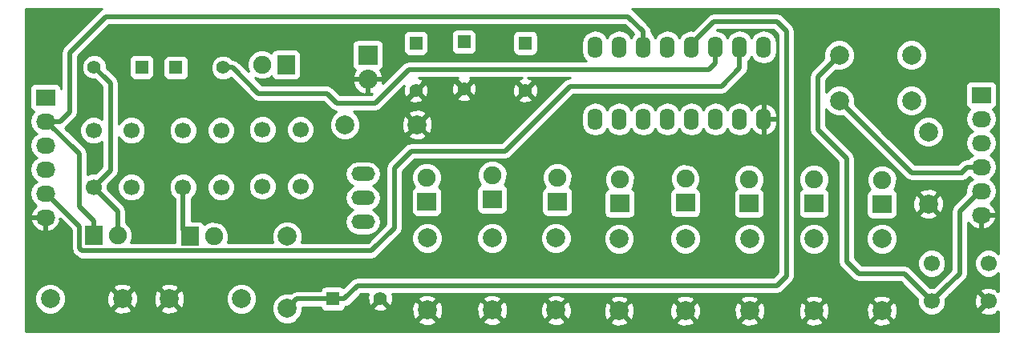
<source format=gbl>
G04 #@! TF.FileFunction,Copper,L2,Bot,Signal*
%FSLAX46Y46*%
G04 Gerber Fmt 4.6, Leading zero omitted, Abs format (unit mm)*
G04 Created by KiCad (PCBNEW 4.0.1-3.201512221402+6198~38~ubuntu14.04.1-stable) date Thu 11 Feb 2016 01:25:38 PM PST*
%MOMM*%
G01*
G04 APERTURE LIST*
%ADD10C,0.100000*%
%ADD11R,1.900000X2.000000*%
%ADD12C,1.900000*%
%ADD13C,1.700000*%
%ADD14R,1.400000X1.400000*%
%ADD15C,1.400000*%
%ADD16R,2.000000X1.900000*%
%ADD17C,1.998980*%
%ADD18O,2.499360X1.501140*%
%ADD19O,1.600000X2.300000*%
%ADD20R,2.032000X2.032000*%
%ADD21O,2.032000X2.032000*%
%ADD22R,2.032000X1.727200*%
%ADD23O,2.032000X1.727200*%
%ADD24C,0.508000*%
%ADD25C,0.254000*%
G04 APERTURE END LIST*
D10*
D11*
X86106000Y-88226900D03*
D12*
X83566000Y-88226900D03*
D13*
X69786000Y-95180900D03*
X69786000Y-101180900D03*
X65786000Y-95180900D03*
X65786000Y-101180900D03*
D14*
X99822000Y-85940900D03*
D15*
X99822000Y-90940900D03*
D16*
X100965000Y-102704900D03*
D12*
X100965000Y-100164900D03*
D14*
X70866000Y-88480900D03*
D15*
X65866000Y-88480900D03*
D14*
X104902000Y-85813900D03*
D15*
X104902000Y-90813900D03*
D14*
X74485500Y-88544400D03*
D15*
X79485500Y-88544400D03*
D14*
X91059000Y-112991900D03*
D15*
X96059000Y-112991900D03*
D14*
X111379000Y-85940900D03*
D15*
X111379000Y-90940900D03*
D11*
X65786000Y-106260900D03*
D12*
X68326000Y-106260900D03*
D11*
X75946000Y-106387900D03*
D12*
X78486000Y-106387900D03*
D16*
X149034500Y-102958900D03*
D12*
X149034500Y-100418900D03*
D16*
X141859000Y-102895400D03*
D12*
X141859000Y-100355400D03*
D16*
X135001000Y-102895400D03*
D12*
X135001000Y-100355400D03*
D16*
X128270000Y-102831900D03*
D12*
X128270000Y-100291900D03*
D16*
X121348500Y-102895400D03*
D12*
X121348500Y-100355400D03*
D16*
X114744500Y-102704900D03*
D12*
X114744500Y-100164900D03*
D16*
X107886500Y-102450900D03*
D12*
X107886500Y-99910900D03*
D17*
X68834000Y-112991900D03*
X61214000Y-112991900D03*
X73787000Y-112991900D03*
X81407000Y-112991900D03*
X144526000Y-92036900D03*
X152146000Y-92036900D03*
X99949000Y-94576900D03*
X92329000Y-94576900D03*
X86233000Y-106387900D03*
X86233000Y-114007900D03*
X152146000Y-87210900D03*
X144526000Y-87210900D03*
X149034500Y-106641900D03*
X149034500Y-114261900D03*
X141859000Y-106641900D03*
X141859000Y-114261900D03*
X135064500Y-106641900D03*
X135064500Y-114261900D03*
X128270000Y-106641900D03*
X128270000Y-114261900D03*
X121285000Y-106641900D03*
X121285000Y-114261900D03*
X114617500Y-106578400D03*
X114617500Y-114198400D03*
X107886500Y-106578400D03*
X107886500Y-114198400D03*
X101028500Y-106578400D03*
X101028500Y-114198400D03*
X153924000Y-102958900D03*
X153924000Y-95338900D03*
D13*
X79247500Y-95180900D03*
X79247500Y-101180900D03*
X75247500Y-95180900D03*
X75247500Y-101180900D03*
X154274000Y-109245900D03*
X160274000Y-109245900D03*
X154274000Y-113245900D03*
X160274000Y-113245900D03*
D18*
X94234000Y-102323900D03*
X94234000Y-104863900D03*
X94234000Y-99783900D03*
D19*
X118745000Y-94005400D03*
X121285000Y-94005400D03*
X123825000Y-94005400D03*
X126365000Y-94005400D03*
X128905000Y-94005400D03*
X131445000Y-94005400D03*
X133985000Y-94005400D03*
X136525000Y-94005400D03*
X136525000Y-86385400D03*
X133985000Y-86385400D03*
X131445000Y-86385400D03*
X128905000Y-86385400D03*
X126365000Y-86385400D03*
X123825000Y-86385400D03*
X121285000Y-86385400D03*
X118745000Y-86385400D03*
D20*
X94742000Y-87210900D03*
D21*
X94742000Y-89750900D03*
D22*
X60706000Y-91694000D03*
D23*
X60706000Y-94234000D03*
X60706000Y-96774000D03*
X60706000Y-99314000D03*
X60706000Y-101854000D03*
X60706000Y-104394000D03*
D22*
X159512000Y-91440000D03*
D23*
X159512000Y-93980000D03*
X159512000Y-96520000D03*
X159512000Y-99060000D03*
X159512000Y-101600000D03*
X159512000Y-104140000D03*
D13*
X83630000Y-101084900D03*
X83630000Y-95084900D03*
X87630000Y-101084900D03*
X87630000Y-95084900D03*
D24*
X65786000Y-101180900D02*
X67564000Y-99402900D01*
X67564000Y-99402900D02*
X67564000Y-90178900D01*
X67564000Y-90178900D02*
X67090001Y-89704901D01*
X67090001Y-89704901D02*
X65866000Y-88480900D01*
X68326000Y-106260900D02*
X68326000Y-103720900D01*
X68326000Y-103720900D02*
X65786000Y-101180900D01*
X79485500Y-88544400D02*
X80475449Y-88544400D01*
X99060000Y-88734900D02*
X130753500Y-88734900D01*
X95504000Y-92290900D02*
X99060000Y-88734900D01*
X91440000Y-92290900D02*
X95504000Y-92290900D01*
X131445000Y-88043400D02*
X131445000Y-86385400D01*
X90424001Y-91274901D02*
X91440000Y-92290900D01*
X130753500Y-88734900D02*
X131445000Y-88043400D01*
X80475449Y-88544400D02*
X83205950Y-91274901D01*
X83205950Y-91274901D02*
X90424001Y-91274901D01*
X75247500Y-101180900D02*
X75247500Y-105689400D01*
X75247500Y-105689400D02*
X75946000Y-106387900D01*
X91059000Y-112991900D02*
X92267000Y-112991900D01*
X92267000Y-112991900D02*
X93664000Y-111594900D01*
X93664000Y-111594900D02*
X137922000Y-111594900D01*
X137922000Y-111594900D02*
X138938000Y-110578900D01*
X138938000Y-110578900D02*
X138938000Y-84670900D01*
X138938000Y-84670900D02*
X137922000Y-83654900D01*
X128905000Y-86035400D02*
X128905000Y-86385400D01*
X137922000Y-83654900D02*
X131285500Y-83654900D01*
X131285500Y-83654900D02*
X128905000Y-86035400D01*
X86233000Y-114007900D02*
X87249000Y-112991900D01*
X87249000Y-112991900D02*
X91059000Y-112991900D01*
X157480000Y-99656900D02*
X157480000Y-99568000D01*
X157480000Y-99568000D02*
X157988000Y-99060000D01*
X157988000Y-99060000D02*
X159512000Y-99060000D01*
X152146000Y-99656900D02*
X157480000Y-99656900D01*
X144526000Y-92036900D02*
X152146000Y-99656900D01*
X142240000Y-95084900D02*
X142240000Y-89496900D01*
X142240000Y-89496900D02*
X142748000Y-88988900D01*
X154274000Y-113245900D02*
X153424001Y-112395901D01*
X153424001Y-112395901D02*
X153424001Y-112364901D01*
X153424001Y-112364901D02*
X151384000Y-110324900D01*
X151384000Y-110324900D02*
X146558000Y-110324900D01*
X145288000Y-98132900D02*
X142240000Y-95084900D01*
X146558000Y-110324900D02*
X145288000Y-109054900D01*
X145288000Y-109054900D02*
X145288000Y-98132900D01*
X142748000Y-88988900D02*
X144526000Y-87210900D01*
X154274000Y-113245900D02*
X155632001Y-111887899D01*
X155663001Y-111887899D02*
X157226000Y-110324900D01*
X155632001Y-111887899D02*
X155663001Y-111887899D01*
X157226000Y-110324900D02*
X157226000Y-103733600D01*
X157226000Y-103733600D02*
X159359600Y-101600000D01*
X159359600Y-101600000D02*
X159512000Y-101600000D01*
X60706000Y-101854000D02*
X60858400Y-101854000D01*
X116078000Y-90512900D02*
X132080000Y-90512900D01*
X60858400Y-101854000D02*
X64327999Y-105323599D01*
X133985000Y-88607900D02*
X133985000Y-86385400D01*
X64327999Y-105323599D02*
X64327999Y-107667301D01*
X64327999Y-107667301D02*
X64556599Y-107895901D01*
X109220000Y-97370900D02*
X116078000Y-90512900D01*
X64556599Y-107895901D02*
X95138999Y-107895901D01*
X95138999Y-107895901D02*
X97536000Y-105498900D01*
X99314000Y-97370900D02*
X109220000Y-97370900D01*
X97536000Y-105498900D02*
X97536000Y-99148900D01*
X97536000Y-99148900D02*
X99314000Y-97370900D01*
X132080000Y-90512900D02*
X133985000Y-88607900D01*
X123825000Y-86385400D02*
X123825000Y-84727400D01*
X123825000Y-84727400D02*
X122244500Y-83146900D01*
X122244500Y-83146900D02*
X67056000Y-83146900D01*
X62230000Y-94234000D02*
X60706000Y-94234000D01*
X67056000Y-83146900D02*
X63246000Y-86956900D01*
X63246000Y-86956900D02*
X63246000Y-93218000D01*
X63246000Y-93218000D02*
X62230000Y-94234000D01*
X123825000Y-86035400D02*
X123825000Y-86385400D01*
X64262000Y-97637600D02*
X64262000Y-103228900D01*
X64262000Y-103228900D02*
X65786000Y-104752900D01*
X65786000Y-104752900D02*
X65786000Y-106260900D01*
X60706000Y-94234000D02*
X60858400Y-94234000D01*
X60858400Y-94234000D02*
X64262000Y-97637600D01*
D25*
G36*
X66427382Y-82518282D02*
X62617382Y-86328282D01*
X62424671Y-86616694D01*
X62357000Y-86956900D01*
X62357000Y-90764287D01*
X62325162Y-90595083D01*
X62186090Y-90378959D01*
X61973890Y-90233969D01*
X61722000Y-90182960D01*
X59690000Y-90182960D01*
X59454683Y-90227238D01*
X59238559Y-90366310D01*
X59093569Y-90578510D01*
X59042560Y-90830400D01*
X59042560Y-92557600D01*
X59086838Y-92792917D01*
X59225910Y-93009041D01*
X59438110Y-93154031D01*
X59479439Y-93162400D01*
X59461585Y-93174330D01*
X59136729Y-93660511D01*
X59022655Y-94234000D01*
X59136729Y-94807489D01*
X59461585Y-95293670D01*
X59776366Y-95504000D01*
X59461585Y-95714330D01*
X59136729Y-96200511D01*
X59022655Y-96774000D01*
X59136729Y-97347489D01*
X59461585Y-97833670D01*
X59776366Y-98044000D01*
X59461585Y-98254330D01*
X59136729Y-98740511D01*
X59022655Y-99314000D01*
X59136729Y-99887489D01*
X59461585Y-100373670D01*
X59776366Y-100584000D01*
X59461585Y-100794330D01*
X59136729Y-101280511D01*
X59022655Y-101854000D01*
X59136729Y-102427489D01*
X59461585Y-102913670D01*
X59771069Y-103120461D01*
X59355268Y-103491964D01*
X59101291Y-104019209D01*
X59098642Y-104034974D01*
X59219783Y-104267000D01*
X60579000Y-104267000D01*
X60579000Y-104247000D01*
X60833000Y-104247000D01*
X60833000Y-104267000D01*
X60853000Y-104267000D01*
X60853000Y-104521000D01*
X60833000Y-104521000D01*
X60833000Y-105734924D01*
X61067913Y-105879184D01*
X61620320Y-105685954D01*
X62056732Y-105296036D01*
X62310709Y-104768791D01*
X62313358Y-104753026D01*
X62192218Y-104521002D01*
X62268166Y-104521002D01*
X63438999Y-105691835D01*
X63438999Y-107667301D01*
X63506670Y-108007507D01*
X63657721Y-108233571D01*
X63699381Y-108295919D01*
X63927981Y-108524519D01*
X64216393Y-108717230D01*
X64556599Y-108784901D01*
X95138999Y-108784901D01*
X95479205Y-108717230D01*
X95767617Y-108524519D01*
X97390042Y-106902094D01*
X99393726Y-106902094D01*
X99642038Y-107503055D01*
X100101427Y-107963246D01*
X100701953Y-108212606D01*
X101352194Y-108213174D01*
X101953155Y-107964862D01*
X102413346Y-107505473D01*
X102662706Y-106904947D01*
X102662708Y-106902094D01*
X106251726Y-106902094D01*
X106500038Y-107503055D01*
X106959427Y-107963246D01*
X107559953Y-108212606D01*
X108210194Y-108213174D01*
X108811155Y-107964862D01*
X109271346Y-107505473D01*
X109520706Y-106904947D01*
X109520708Y-106902094D01*
X112982726Y-106902094D01*
X113231038Y-107503055D01*
X113690427Y-107963246D01*
X114290953Y-108212606D01*
X114941194Y-108213174D01*
X115542155Y-107964862D01*
X116002346Y-107505473D01*
X116226523Y-106965594D01*
X119650226Y-106965594D01*
X119898538Y-107566555D01*
X120357927Y-108026746D01*
X120958453Y-108276106D01*
X121608694Y-108276674D01*
X122209655Y-108028362D01*
X122669846Y-107568973D01*
X122919206Y-106968447D01*
X122919208Y-106965594D01*
X126635226Y-106965594D01*
X126883538Y-107566555D01*
X127342927Y-108026746D01*
X127943453Y-108276106D01*
X128593694Y-108276674D01*
X129194655Y-108028362D01*
X129654846Y-107568973D01*
X129904206Y-106968447D01*
X129904208Y-106965594D01*
X133429726Y-106965594D01*
X133678038Y-107566555D01*
X134137427Y-108026746D01*
X134737953Y-108276106D01*
X135388194Y-108276674D01*
X135989155Y-108028362D01*
X136449346Y-107568973D01*
X136698706Y-106968447D01*
X136699274Y-106318206D01*
X136450962Y-105717245D01*
X135991573Y-105257054D01*
X135391047Y-105007694D01*
X134740806Y-105007126D01*
X134139845Y-105255438D01*
X133679654Y-105714827D01*
X133430294Y-106315353D01*
X133429726Y-106965594D01*
X129904208Y-106965594D01*
X129904774Y-106318206D01*
X129656462Y-105717245D01*
X129197073Y-105257054D01*
X128596547Y-105007694D01*
X127946306Y-105007126D01*
X127345345Y-105255438D01*
X126885154Y-105714827D01*
X126635794Y-106315353D01*
X126635226Y-106965594D01*
X122919208Y-106965594D01*
X122919774Y-106318206D01*
X122671462Y-105717245D01*
X122212073Y-105257054D01*
X121611547Y-105007694D01*
X120961306Y-105007126D01*
X120360345Y-105255438D01*
X119900154Y-105714827D01*
X119650794Y-106315353D01*
X119650226Y-106965594D01*
X116226523Y-106965594D01*
X116251706Y-106904947D01*
X116252274Y-106254706D01*
X116003962Y-105653745D01*
X115544573Y-105193554D01*
X114944047Y-104944194D01*
X114293806Y-104943626D01*
X113692845Y-105191938D01*
X113232654Y-105651327D01*
X112983294Y-106251853D01*
X112982726Y-106902094D01*
X109520708Y-106902094D01*
X109521274Y-106254706D01*
X109272962Y-105653745D01*
X108813573Y-105193554D01*
X108213047Y-104944194D01*
X107562806Y-104943626D01*
X106961845Y-105191938D01*
X106501654Y-105651327D01*
X106252294Y-106251853D01*
X106251726Y-106902094D01*
X102662708Y-106902094D01*
X102663274Y-106254706D01*
X102414962Y-105653745D01*
X101955573Y-105193554D01*
X101355047Y-104944194D01*
X100704806Y-104943626D01*
X100103845Y-105191938D01*
X99643654Y-105651327D01*
X99394294Y-106251853D01*
X99393726Y-106902094D01*
X97390042Y-106902094D01*
X98164618Y-106127518D01*
X98357329Y-105839106D01*
X98425000Y-105498900D01*
X98425000Y-101754900D01*
X99317560Y-101754900D01*
X99317560Y-103654900D01*
X99361838Y-103890217D01*
X99500910Y-104106341D01*
X99713110Y-104251331D01*
X99965000Y-104302340D01*
X101965000Y-104302340D01*
X102200317Y-104258062D01*
X102416441Y-104118990D01*
X102561431Y-103906790D01*
X102612440Y-103654900D01*
X102612440Y-101754900D01*
X102568162Y-101519583D01*
X102556140Y-101500900D01*
X106239060Y-101500900D01*
X106239060Y-103400900D01*
X106283338Y-103636217D01*
X106422410Y-103852341D01*
X106634610Y-103997331D01*
X106886500Y-104048340D01*
X108886500Y-104048340D01*
X109121817Y-104004062D01*
X109337941Y-103864990D01*
X109482931Y-103652790D01*
X109533940Y-103400900D01*
X109533940Y-101754900D01*
X113097060Y-101754900D01*
X113097060Y-103654900D01*
X113141338Y-103890217D01*
X113280410Y-104106341D01*
X113492610Y-104251331D01*
X113744500Y-104302340D01*
X115744500Y-104302340D01*
X115979817Y-104258062D01*
X116195941Y-104118990D01*
X116340931Y-103906790D01*
X116391940Y-103654900D01*
X116391940Y-101945400D01*
X119701060Y-101945400D01*
X119701060Y-103845400D01*
X119745338Y-104080717D01*
X119884410Y-104296841D01*
X120096610Y-104441831D01*
X120348500Y-104492840D01*
X122348500Y-104492840D01*
X122583817Y-104448562D01*
X122799941Y-104309490D01*
X122944931Y-104097290D01*
X122995940Y-103845400D01*
X122995940Y-101945400D01*
X122983992Y-101881900D01*
X126622560Y-101881900D01*
X126622560Y-103781900D01*
X126666838Y-104017217D01*
X126805910Y-104233341D01*
X127018110Y-104378331D01*
X127270000Y-104429340D01*
X129270000Y-104429340D01*
X129505317Y-104385062D01*
X129721441Y-104245990D01*
X129866431Y-104033790D01*
X129917440Y-103781900D01*
X129917440Y-101945400D01*
X133353560Y-101945400D01*
X133353560Y-103845400D01*
X133397838Y-104080717D01*
X133536910Y-104296841D01*
X133749110Y-104441831D01*
X134001000Y-104492840D01*
X136001000Y-104492840D01*
X136236317Y-104448562D01*
X136452441Y-104309490D01*
X136597431Y-104097290D01*
X136648440Y-103845400D01*
X136648440Y-101945400D01*
X136604162Y-101710083D01*
X136465090Y-101493959D01*
X136252890Y-101348969D01*
X136249808Y-101348345D01*
X136343914Y-101254403D01*
X136585724Y-100672059D01*
X136586275Y-100041507D01*
X136345481Y-99458743D01*
X135900003Y-99012486D01*
X135317659Y-98770676D01*
X134687107Y-98770125D01*
X134104343Y-99010919D01*
X133658086Y-99456397D01*
X133416276Y-100038741D01*
X133415725Y-100669293D01*
X133656519Y-101252057D01*
X133754029Y-101349737D01*
X133549559Y-101481310D01*
X133404569Y-101693510D01*
X133353560Y-101945400D01*
X129917440Y-101945400D01*
X129917440Y-101881900D01*
X129873162Y-101646583D01*
X129734090Y-101430459D01*
X129521890Y-101285469D01*
X129518808Y-101284845D01*
X129612914Y-101190903D01*
X129854724Y-100608559D01*
X129855275Y-99978007D01*
X129614481Y-99395243D01*
X129169003Y-98948986D01*
X128586659Y-98707176D01*
X127956107Y-98706625D01*
X127373343Y-98947419D01*
X126927086Y-99392897D01*
X126685276Y-99975241D01*
X126684725Y-100605793D01*
X126925519Y-101188557D01*
X127023029Y-101286237D01*
X126818559Y-101417810D01*
X126673569Y-101630010D01*
X126622560Y-101881900D01*
X122983992Y-101881900D01*
X122951662Y-101710083D01*
X122812590Y-101493959D01*
X122600390Y-101348969D01*
X122597308Y-101348345D01*
X122691414Y-101254403D01*
X122933224Y-100672059D01*
X122933775Y-100041507D01*
X122692981Y-99458743D01*
X122247503Y-99012486D01*
X121665159Y-98770676D01*
X121034607Y-98770125D01*
X120451843Y-99010919D01*
X120005586Y-99456397D01*
X119763776Y-100038741D01*
X119763225Y-100669293D01*
X120004019Y-101252057D01*
X120101529Y-101349737D01*
X119897059Y-101481310D01*
X119752069Y-101693510D01*
X119701060Y-101945400D01*
X116391940Y-101945400D01*
X116391940Y-101754900D01*
X116347662Y-101519583D01*
X116208590Y-101303459D01*
X115996390Y-101158469D01*
X115993308Y-101157845D01*
X116087414Y-101063903D01*
X116329224Y-100481559D01*
X116329775Y-99851007D01*
X116088981Y-99268243D01*
X115643503Y-98821986D01*
X115061159Y-98580176D01*
X114430607Y-98579625D01*
X113847843Y-98820419D01*
X113401586Y-99265897D01*
X113159776Y-99848241D01*
X113159225Y-100478793D01*
X113400019Y-101061557D01*
X113497529Y-101159237D01*
X113293059Y-101290810D01*
X113148069Y-101503010D01*
X113097060Y-101754900D01*
X109533940Y-101754900D01*
X109533940Y-101500900D01*
X109489662Y-101265583D01*
X109350590Y-101049459D01*
X109138390Y-100904469D01*
X109135308Y-100903845D01*
X109229414Y-100809903D01*
X109471224Y-100227559D01*
X109471775Y-99597007D01*
X109230981Y-99014243D01*
X108785503Y-98567986D01*
X108203159Y-98326176D01*
X107572607Y-98325625D01*
X106989843Y-98566419D01*
X106543586Y-99011897D01*
X106301776Y-99594241D01*
X106301225Y-100224793D01*
X106542019Y-100807557D01*
X106639529Y-100905237D01*
X106435059Y-101036810D01*
X106290069Y-101249010D01*
X106239060Y-101500900D01*
X102556140Y-101500900D01*
X102429090Y-101303459D01*
X102216890Y-101158469D01*
X102213808Y-101157845D01*
X102307914Y-101063903D01*
X102549724Y-100481559D01*
X102550275Y-99851007D01*
X102309481Y-99268243D01*
X101864003Y-98821986D01*
X101281659Y-98580176D01*
X100651107Y-98579625D01*
X100068343Y-98820419D01*
X99622086Y-99265897D01*
X99380276Y-99848241D01*
X99379725Y-100478793D01*
X99620519Y-101061557D01*
X99718029Y-101159237D01*
X99513559Y-101290810D01*
X99368569Y-101503010D01*
X99317560Y-101754900D01*
X98425000Y-101754900D01*
X98425000Y-99517136D01*
X99682236Y-98259900D01*
X109220000Y-98259900D01*
X109560206Y-98192229D01*
X109848618Y-97999518D01*
X114227706Y-93620430D01*
X117310000Y-93620430D01*
X117310000Y-94390370D01*
X117419233Y-94939521D01*
X117730302Y-95405068D01*
X118195849Y-95716137D01*
X118745000Y-95825370D01*
X119294151Y-95716137D01*
X119759698Y-95405068D01*
X120015000Y-95022982D01*
X120270302Y-95405068D01*
X120735849Y-95716137D01*
X121285000Y-95825370D01*
X121834151Y-95716137D01*
X122299698Y-95405068D01*
X122555000Y-95022982D01*
X122810302Y-95405068D01*
X123275849Y-95716137D01*
X123825000Y-95825370D01*
X124374151Y-95716137D01*
X124839698Y-95405068D01*
X125095000Y-95022982D01*
X125350302Y-95405068D01*
X125815849Y-95716137D01*
X126365000Y-95825370D01*
X126914151Y-95716137D01*
X127379698Y-95405068D01*
X127635000Y-95022982D01*
X127890302Y-95405068D01*
X128355849Y-95716137D01*
X128905000Y-95825370D01*
X129454151Y-95716137D01*
X129919698Y-95405068D01*
X130175000Y-95022982D01*
X130430302Y-95405068D01*
X130895849Y-95716137D01*
X131445000Y-95825370D01*
X131994151Y-95716137D01*
X132459698Y-95405068D01*
X132715000Y-95022982D01*
X132970302Y-95405068D01*
X133435849Y-95716137D01*
X133985000Y-95825370D01*
X134534151Y-95716137D01*
X134999698Y-95405068D01*
X135252149Y-95027249D01*
X135600104Y-95459900D01*
X136093181Y-95729767D01*
X136175961Y-95747304D01*
X136398000Y-95625315D01*
X136398000Y-94132400D01*
X136652000Y-94132400D01*
X136652000Y-95625315D01*
X136874039Y-95747304D01*
X136956819Y-95729767D01*
X137449896Y-95459900D01*
X137802166Y-95021883D01*
X137960000Y-94482400D01*
X137960000Y-94132400D01*
X136652000Y-94132400D01*
X136398000Y-94132400D01*
X136378000Y-94132400D01*
X136378000Y-93878400D01*
X136398000Y-93878400D01*
X136398000Y-92385485D01*
X136652000Y-92385485D01*
X136652000Y-93878400D01*
X137960000Y-93878400D01*
X137960000Y-93528400D01*
X137802166Y-92988917D01*
X137449896Y-92550900D01*
X136956819Y-92281033D01*
X136874039Y-92263496D01*
X136652000Y-92385485D01*
X136398000Y-92385485D01*
X136175961Y-92263496D01*
X136093181Y-92281033D01*
X135600104Y-92550900D01*
X135252149Y-92983551D01*
X134999698Y-92605732D01*
X134534151Y-92294663D01*
X133985000Y-92185430D01*
X133435849Y-92294663D01*
X132970302Y-92605732D01*
X132715000Y-92987818D01*
X132459698Y-92605732D01*
X131994151Y-92294663D01*
X131445000Y-92185430D01*
X130895849Y-92294663D01*
X130430302Y-92605732D01*
X130175000Y-92987818D01*
X129919698Y-92605732D01*
X129454151Y-92294663D01*
X128905000Y-92185430D01*
X128355849Y-92294663D01*
X127890302Y-92605732D01*
X127635000Y-92987818D01*
X127379698Y-92605732D01*
X126914151Y-92294663D01*
X126365000Y-92185430D01*
X125815849Y-92294663D01*
X125350302Y-92605732D01*
X125095000Y-92987818D01*
X124839698Y-92605732D01*
X124374151Y-92294663D01*
X123825000Y-92185430D01*
X123275849Y-92294663D01*
X122810302Y-92605732D01*
X122555000Y-92987818D01*
X122299698Y-92605732D01*
X121834151Y-92294663D01*
X121285000Y-92185430D01*
X120735849Y-92294663D01*
X120270302Y-92605732D01*
X120015000Y-92987818D01*
X119759698Y-92605732D01*
X119294151Y-92294663D01*
X118745000Y-92185430D01*
X118195849Y-92294663D01*
X117730302Y-92605732D01*
X117419233Y-93071279D01*
X117310000Y-93620430D01*
X114227706Y-93620430D01*
X116446236Y-91401900D01*
X132080000Y-91401900D01*
X132420206Y-91334229D01*
X132708618Y-91141518D01*
X134613618Y-89236518D01*
X134666955Y-89156694D01*
X134806329Y-88948106D01*
X134874000Y-88607900D01*
X134874000Y-87869057D01*
X134999698Y-87785068D01*
X135255000Y-87402982D01*
X135510302Y-87785068D01*
X135975849Y-88096137D01*
X136525000Y-88205370D01*
X137074151Y-88096137D01*
X137539698Y-87785068D01*
X137850767Y-87319521D01*
X137960000Y-86770370D01*
X137960000Y-86000430D01*
X137850767Y-85451279D01*
X137539698Y-84985732D01*
X137074151Y-84674663D01*
X136525000Y-84565430D01*
X135975849Y-84674663D01*
X135510302Y-84985732D01*
X135255000Y-85367818D01*
X134999698Y-84985732D01*
X134534151Y-84674663D01*
X133985000Y-84565430D01*
X133435849Y-84674663D01*
X132970302Y-84985732D01*
X132715000Y-85367818D01*
X132459698Y-84985732D01*
X131994151Y-84674663D01*
X131601147Y-84596489D01*
X131653736Y-84543900D01*
X137553764Y-84543900D01*
X138049000Y-85039136D01*
X138049000Y-110210664D01*
X137553764Y-110705900D01*
X93664000Y-110705900D01*
X93323794Y-110773571D01*
X93035382Y-110966282D01*
X92186325Y-111815339D01*
X92010890Y-111695469D01*
X91759000Y-111644460D01*
X90359000Y-111644460D01*
X90123683Y-111688738D01*
X89907559Y-111827810D01*
X89762569Y-112040010D01*
X89749833Y-112102900D01*
X87249000Y-112102900D01*
X86908794Y-112170571D01*
X86727213Y-112291900D01*
X86620382Y-112363282D01*
X86595176Y-112388488D01*
X86559547Y-112373694D01*
X85909306Y-112373126D01*
X85308345Y-112621438D01*
X84848154Y-113080827D01*
X84598794Y-113681353D01*
X84598226Y-114331594D01*
X84846538Y-114932555D01*
X85305927Y-115392746D01*
X85906453Y-115642106D01*
X86556694Y-115642674D01*
X87157655Y-115394362D01*
X87201530Y-115350563D01*
X100055943Y-115350563D01*
X100154542Y-115617365D01*
X100764082Y-115843801D01*
X101413877Y-115819741D01*
X101902458Y-115617365D01*
X102001057Y-115350563D01*
X106913943Y-115350563D01*
X107012542Y-115617365D01*
X107622082Y-115843801D01*
X108271877Y-115819741D01*
X108760458Y-115617365D01*
X108859057Y-115350563D01*
X113644943Y-115350563D01*
X113743542Y-115617365D01*
X114353082Y-115843801D01*
X115002877Y-115819741D01*
X115491458Y-115617365D01*
X115566590Y-115414063D01*
X120312443Y-115414063D01*
X120411042Y-115680865D01*
X121020582Y-115907301D01*
X121670377Y-115883241D01*
X122158958Y-115680865D01*
X122257557Y-115414063D01*
X127297443Y-115414063D01*
X127396042Y-115680865D01*
X128005582Y-115907301D01*
X128655377Y-115883241D01*
X129143958Y-115680865D01*
X129242557Y-115414063D01*
X134091943Y-115414063D01*
X134190542Y-115680865D01*
X134800082Y-115907301D01*
X135449877Y-115883241D01*
X135938458Y-115680865D01*
X136037057Y-115414063D01*
X140886443Y-115414063D01*
X140985042Y-115680865D01*
X141594582Y-115907301D01*
X142244377Y-115883241D01*
X142732958Y-115680865D01*
X142831557Y-115414063D01*
X148061943Y-115414063D01*
X148160542Y-115680865D01*
X148770082Y-115907301D01*
X149419877Y-115883241D01*
X149908458Y-115680865D01*
X150007057Y-115414063D01*
X149034500Y-114441505D01*
X148061943Y-115414063D01*
X142831557Y-115414063D01*
X141859000Y-114441505D01*
X140886443Y-115414063D01*
X136037057Y-115414063D01*
X135064500Y-114441505D01*
X134091943Y-115414063D01*
X129242557Y-115414063D01*
X128270000Y-114441505D01*
X127297443Y-115414063D01*
X122257557Y-115414063D01*
X121285000Y-114441505D01*
X120312443Y-115414063D01*
X115566590Y-115414063D01*
X115590057Y-115350563D01*
X114617500Y-114378005D01*
X113644943Y-115350563D01*
X108859057Y-115350563D01*
X107886500Y-114378005D01*
X106913943Y-115350563D01*
X102001057Y-115350563D01*
X101028500Y-114378005D01*
X100055943Y-115350563D01*
X87201530Y-115350563D01*
X87617846Y-114934973D01*
X87867206Y-114334447D01*
X87867602Y-113880900D01*
X89747123Y-113880900D01*
X89755838Y-113927217D01*
X89894910Y-114143341D01*
X90107110Y-114288331D01*
X90359000Y-114339340D01*
X91759000Y-114339340D01*
X91994317Y-114295062D01*
X92210441Y-114155990D01*
X92355431Y-113943790D01*
X92358795Y-113927175D01*
X95303331Y-113927175D01*
X95365169Y-114162942D01*
X95866122Y-114339319D01*
X96396440Y-114310564D01*
X96752831Y-114162942D01*
X96812883Y-113933982D01*
X99383099Y-113933982D01*
X99407159Y-114583777D01*
X99609535Y-115072358D01*
X99876337Y-115170957D01*
X100848895Y-114198400D01*
X101208105Y-114198400D01*
X102180663Y-115170957D01*
X102447465Y-115072358D01*
X102673901Y-114462818D01*
X102654320Y-113933982D01*
X106241099Y-113933982D01*
X106265159Y-114583777D01*
X106467535Y-115072358D01*
X106734337Y-115170957D01*
X107706895Y-114198400D01*
X108066105Y-114198400D01*
X109038663Y-115170957D01*
X109305465Y-115072358D01*
X109531901Y-114462818D01*
X109512320Y-113933982D01*
X112972099Y-113933982D01*
X112996159Y-114583777D01*
X113198535Y-115072358D01*
X113465337Y-115170957D01*
X114437895Y-114198400D01*
X114797105Y-114198400D01*
X115769663Y-115170957D01*
X116036465Y-115072358D01*
X116262901Y-114462818D01*
X116245671Y-113997482D01*
X119639599Y-113997482D01*
X119663659Y-114647277D01*
X119866035Y-115135858D01*
X120132837Y-115234457D01*
X121105395Y-114261900D01*
X121464605Y-114261900D01*
X122437163Y-115234457D01*
X122703965Y-115135858D01*
X122930401Y-114526318D01*
X122910820Y-113997482D01*
X126624599Y-113997482D01*
X126648659Y-114647277D01*
X126851035Y-115135858D01*
X127117837Y-115234457D01*
X128090395Y-114261900D01*
X128449605Y-114261900D01*
X129422163Y-115234457D01*
X129688965Y-115135858D01*
X129915401Y-114526318D01*
X129895820Y-113997482D01*
X133419099Y-113997482D01*
X133443159Y-114647277D01*
X133645535Y-115135858D01*
X133912337Y-115234457D01*
X134884895Y-114261900D01*
X135244105Y-114261900D01*
X136216663Y-115234457D01*
X136483465Y-115135858D01*
X136709901Y-114526318D01*
X136690320Y-113997482D01*
X140213599Y-113997482D01*
X140237659Y-114647277D01*
X140440035Y-115135858D01*
X140706837Y-115234457D01*
X141679395Y-114261900D01*
X142038605Y-114261900D01*
X143011163Y-115234457D01*
X143277965Y-115135858D01*
X143504401Y-114526318D01*
X143484820Y-113997482D01*
X147389099Y-113997482D01*
X147413159Y-114647277D01*
X147615535Y-115135858D01*
X147882337Y-115234457D01*
X148854895Y-114261900D01*
X149214105Y-114261900D01*
X150186663Y-115234457D01*
X150453465Y-115135858D01*
X150679901Y-114526318D01*
X150655841Y-113876523D01*
X150453465Y-113387942D01*
X150186663Y-113289343D01*
X149214105Y-114261900D01*
X148854895Y-114261900D01*
X147882337Y-113289343D01*
X147615535Y-113387942D01*
X147389099Y-113997482D01*
X143484820Y-113997482D01*
X143480341Y-113876523D01*
X143277965Y-113387942D01*
X143011163Y-113289343D01*
X142038605Y-114261900D01*
X141679395Y-114261900D01*
X140706837Y-113289343D01*
X140440035Y-113387942D01*
X140213599Y-113997482D01*
X136690320Y-113997482D01*
X136685841Y-113876523D01*
X136483465Y-113387942D01*
X136216663Y-113289343D01*
X135244105Y-114261900D01*
X134884895Y-114261900D01*
X133912337Y-113289343D01*
X133645535Y-113387942D01*
X133419099Y-113997482D01*
X129895820Y-113997482D01*
X129891341Y-113876523D01*
X129688965Y-113387942D01*
X129422163Y-113289343D01*
X128449605Y-114261900D01*
X128090395Y-114261900D01*
X127117837Y-113289343D01*
X126851035Y-113387942D01*
X126624599Y-113997482D01*
X122910820Y-113997482D01*
X122906341Y-113876523D01*
X122703965Y-113387942D01*
X122437163Y-113289343D01*
X121464605Y-114261900D01*
X121105395Y-114261900D01*
X120132837Y-113289343D01*
X119866035Y-113387942D01*
X119639599Y-113997482D01*
X116245671Y-113997482D01*
X116238841Y-113813023D01*
X116036465Y-113324442D01*
X115769663Y-113225843D01*
X114797105Y-114198400D01*
X114437895Y-114198400D01*
X113465337Y-113225843D01*
X113198535Y-113324442D01*
X112972099Y-113933982D01*
X109512320Y-113933982D01*
X109507841Y-113813023D01*
X109305465Y-113324442D01*
X109038663Y-113225843D01*
X108066105Y-114198400D01*
X107706895Y-114198400D01*
X106734337Y-113225843D01*
X106467535Y-113324442D01*
X106241099Y-113933982D01*
X102654320Y-113933982D01*
X102649841Y-113813023D01*
X102447465Y-113324442D01*
X102180663Y-113225843D01*
X101208105Y-114198400D01*
X100848895Y-114198400D01*
X99876337Y-113225843D01*
X99609535Y-113324442D01*
X99383099Y-113933982D01*
X96812883Y-113933982D01*
X96814669Y-113927175D01*
X96059000Y-113171505D01*
X95303331Y-113927175D01*
X92358795Y-113927175D01*
X92372413Y-113859932D01*
X92607206Y-113813229D01*
X92895618Y-113620518D01*
X94032236Y-112483900D01*
X94822530Y-112483900D01*
X94711581Y-112799022D01*
X94740336Y-113329340D01*
X94887958Y-113685731D01*
X95123725Y-113747569D01*
X95879395Y-112991900D01*
X95865252Y-112977758D01*
X96044858Y-112798153D01*
X96059000Y-112812295D01*
X96073143Y-112798153D01*
X96252748Y-112977758D01*
X96238605Y-112991900D01*
X96994275Y-113747569D01*
X97230042Y-113685731D01*
X97406419Y-113184778D01*
X97398908Y-113046237D01*
X100055943Y-113046237D01*
X101028500Y-114018795D01*
X102001057Y-113046237D01*
X106913943Y-113046237D01*
X107886500Y-114018795D01*
X108859057Y-113046237D01*
X113644943Y-113046237D01*
X114617500Y-114018795D01*
X115526557Y-113109737D01*
X120312443Y-113109737D01*
X121285000Y-114082295D01*
X122257557Y-113109737D01*
X127297443Y-113109737D01*
X128270000Y-114082295D01*
X129242557Y-113109737D01*
X134091943Y-113109737D01*
X135064500Y-114082295D01*
X136037057Y-113109737D01*
X140886443Y-113109737D01*
X141859000Y-114082295D01*
X142831557Y-113109737D01*
X148061943Y-113109737D01*
X149034500Y-114082295D01*
X150007057Y-113109737D01*
X149908458Y-112842935D01*
X149298918Y-112616499D01*
X148649123Y-112640559D01*
X148160542Y-112842935D01*
X148061943Y-113109737D01*
X142831557Y-113109737D01*
X142732958Y-112842935D01*
X142123418Y-112616499D01*
X141473623Y-112640559D01*
X140985042Y-112842935D01*
X140886443Y-113109737D01*
X136037057Y-113109737D01*
X135938458Y-112842935D01*
X135328918Y-112616499D01*
X134679123Y-112640559D01*
X134190542Y-112842935D01*
X134091943Y-113109737D01*
X129242557Y-113109737D01*
X129143958Y-112842935D01*
X128534418Y-112616499D01*
X127884623Y-112640559D01*
X127396042Y-112842935D01*
X127297443Y-113109737D01*
X122257557Y-113109737D01*
X122158958Y-112842935D01*
X121549418Y-112616499D01*
X120899623Y-112640559D01*
X120411042Y-112842935D01*
X120312443Y-113109737D01*
X115526557Y-113109737D01*
X115590057Y-113046237D01*
X115491458Y-112779435D01*
X114881918Y-112552999D01*
X114232123Y-112577059D01*
X113743542Y-112779435D01*
X113644943Y-113046237D01*
X108859057Y-113046237D01*
X108760458Y-112779435D01*
X108150918Y-112552999D01*
X107501123Y-112577059D01*
X107012542Y-112779435D01*
X106913943Y-113046237D01*
X102001057Y-113046237D01*
X101902458Y-112779435D01*
X101292918Y-112552999D01*
X100643123Y-112577059D01*
X100154542Y-112779435D01*
X100055943Y-113046237D01*
X97398908Y-113046237D01*
X97377664Y-112654460D01*
X97307016Y-112483900D01*
X137922000Y-112483900D01*
X138262206Y-112416229D01*
X138550618Y-112223518D01*
X139566618Y-111207518D01*
X139607570Y-111146229D01*
X139759329Y-110919106D01*
X139827000Y-110578900D01*
X139827000Y-106965594D01*
X140224226Y-106965594D01*
X140472538Y-107566555D01*
X140931927Y-108026746D01*
X141532453Y-108276106D01*
X142182694Y-108276674D01*
X142783655Y-108028362D01*
X143243846Y-107568973D01*
X143493206Y-106968447D01*
X143493774Y-106318206D01*
X143245462Y-105717245D01*
X142786073Y-105257054D01*
X142185547Y-105007694D01*
X141535306Y-105007126D01*
X140934345Y-105255438D01*
X140474154Y-105714827D01*
X140224794Y-106315353D01*
X140224226Y-106965594D01*
X139827000Y-106965594D01*
X139827000Y-101945400D01*
X140211560Y-101945400D01*
X140211560Y-103845400D01*
X140255838Y-104080717D01*
X140394910Y-104296841D01*
X140607110Y-104441831D01*
X140859000Y-104492840D01*
X142859000Y-104492840D01*
X143094317Y-104448562D01*
X143310441Y-104309490D01*
X143455431Y-104097290D01*
X143506440Y-103845400D01*
X143506440Y-101945400D01*
X143462162Y-101710083D01*
X143323090Y-101493959D01*
X143110890Y-101348969D01*
X143107808Y-101348345D01*
X143201914Y-101254403D01*
X143443724Y-100672059D01*
X143444275Y-100041507D01*
X143203481Y-99458743D01*
X142758003Y-99012486D01*
X142175659Y-98770676D01*
X141545107Y-98770125D01*
X140962343Y-99010919D01*
X140516086Y-99456397D01*
X140274276Y-100038741D01*
X140273725Y-100669293D01*
X140514519Y-101252057D01*
X140612029Y-101349737D01*
X140407559Y-101481310D01*
X140262569Y-101693510D01*
X140211560Y-101945400D01*
X139827000Y-101945400D01*
X139827000Y-89496900D01*
X141351000Y-89496900D01*
X141351000Y-95084900D01*
X141418671Y-95425106D01*
X141552447Y-95625315D01*
X141611382Y-95713518D01*
X144399000Y-98501136D01*
X144399000Y-109054900D01*
X144466671Y-109395106D01*
X144563479Y-109539989D01*
X144659382Y-109683518D01*
X145929382Y-110953518D01*
X146217794Y-111146229D01*
X146558000Y-111213900D01*
X151015764Y-111213900D01*
X152732959Y-112931095D01*
X152789200Y-113015266D01*
X152788743Y-113539989D01*
X153014344Y-114085986D01*
X153431717Y-114504088D01*
X153977319Y-114730642D01*
X154568089Y-114731157D01*
X155114086Y-114505556D01*
X155532188Y-114088183D01*
X155758742Y-113542581D01*
X155759199Y-113017937D01*
X155759957Y-113017179D01*
X158777282Y-113017179D01*
X158803685Y-113607358D01*
X158978741Y-114029980D01*
X159230042Y-114110253D01*
X160094395Y-113245900D01*
X159230042Y-112381547D01*
X158978741Y-112461820D01*
X158777282Y-113017179D01*
X155759957Y-113017179D01*
X156198195Y-112578941D01*
X156291619Y-112516517D01*
X157854618Y-110953518D01*
X158047329Y-110665106D01*
X158115000Y-110324900D01*
X158115000Y-104945986D01*
X158161268Y-105042036D01*
X158597680Y-105431954D01*
X159150087Y-105625184D01*
X159385000Y-105480924D01*
X159385000Y-104267000D01*
X159639000Y-104267000D01*
X159639000Y-105480924D01*
X159873913Y-105625184D01*
X160426320Y-105431954D01*
X160862732Y-105042036D01*
X161116709Y-104514791D01*
X161119358Y-104499026D01*
X160998217Y-104267000D01*
X159639000Y-104267000D01*
X159385000Y-104267000D01*
X159365000Y-104267000D01*
X159365000Y-104013000D01*
X159385000Y-104013000D01*
X159385000Y-103993000D01*
X159639000Y-103993000D01*
X159639000Y-104013000D01*
X160998217Y-104013000D01*
X161119358Y-103780974D01*
X161116709Y-103765209D01*
X160862732Y-103237964D01*
X160446931Y-102866461D01*
X160756415Y-102659670D01*
X161081271Y-102173489D01*
X161195345Y-101600000D01*
X161081271Y-101026511D01*
X160756415Y-100540330D01*
X160441634Y-100330000D01*
X160756415Y-100119670D01*
X161081271Y-99633489D01*
X161195345Y-99060000D01*
X161081271Y-98486511D01*
X160756415Y-98000330D01*
X160441634Y-97790000D01*
X160756415Y-97579670D01*
X161081271Y-97093489D01*
X161195345Y-96520000D01*
X161081271Y-95946511D01*
X160756415Y-95460330D01*
X160441634Y-95250000D01*
X160756415Y-95039670D01*
X161081271Y-94553489D01*
X161195345Y-93980000D01*
X161081271Y-93406511D01*
X160756415Y-92920330D01*
X160742087Y-92910757D01*
X160763317Y-92906762D01*
X160979441Y-92767690D01*
X161124431Y-92555490D01*
X161175440Y-92303600D01*
X161175440Y-90576400D01*
X161131162Y-90341083D01*
X160992090Y-90124959D01*
X160779890Y-89979969D01*
X160528000Y-89928960D01*
X158496000Y-89928960D01*
X158260683Y-89973238D01*
X158044559Y-90112310D01*
X157899569Y-90324510D01*
X157848560Y-90576400D01*
X157848560Y-92303600D01*
X157892838Y-92538917D01*
X158031910Y-92755041D01*
X158244110Y-92900031D01*
X158285439Y-92908400D01*
X158267585Y-92920330D01*
X157942729Y-93406511D01*
X157828655Y-93980000D01*
X157942729Y-94553489D01*
X158267585Y-95039670D01*
X158582366Y-95250000D01*
X158267585Y-95460330D01*
X157942729Y-95946511D01*
X157828655Y-96520000D01*
X157942729Y-97093489D01*
X158267585Y-97579670D01*
X158582366Y-97790000D01*
X158267585Y-98000330D01*
X158153547Y-98171000D01*
X157988000Y-98171000D01*
X157647794Y-98238671D01*
X157359382Y-98431382D01*
X157022864Y-98767900D01*
X152514236Y-98767900D01*
X149408930Y-95662594D01*
X152289226Y-95662594D01*
X152537538Y-96263555D01*
X152996927Y-96723746D01*
X153597453Y-96973106D01*
X154247694Y-96973674D01*
X154848655Y-96725362D01*
X155308846Y-96265973D01*
X155558206Y-95665447D01*
X155558774Y-95015206D01*
X155310462Y-94414245D01*
X154851073Y-93954054D01*
X154250547Y-93704694D01*
X153600306Y-93704126D01*
X152999345Y-93952438D01*
X152539154Y-94411827D01*
X152289794Y-95012353D01*
X152289226Y-95662594D01*
X149408930Y-95662594D01*
X146145412Y-92399076D01*
X146160206Y-92363447D01*
X146160208Y-92360594D01*
X150511226Y-92360594D01*
X150759538Y-92961555D01*
X151218927Y-93421746D01*
X151819453Y-93671106D01*
X152469694Y-93671674D01*
X153070655Y-93423362D01*
X153530846Y-92963973D01*
X153780206Y-92363447D01*
X153780774Y-91713206D01*
X153532462Y-91112245D01*
X153073073Y-90652054D01*
X152472547Y-90402694D01*
X151822306Y-90402126D01*
X151221345Y-90650438D01*
X150761154Y-91109827D01*
X150511794Y-91710353D01*
X150511226Y-92360594D01*
X146160208Y-92360594D01*
X146160774Y-91713206D01*
X145912462Y-91112245D01*
X145453073Y-90652054D01*
X144852547Y-90402694D01*
X144202306Y-90402126D01*
X143601345Y-90650438D01*
X143141154Y-91109827D01*
X143129000Y-91139097D01*
X143129000Y-89865136D01*
X144163824Y-88830312D01*
X144199453Y-88845106D01*
X144849694Y-88845674D01*
X145450655Y-88597362D01*
X145910846Y-88137973D01*
X146160206Y-87537447D01*
X146160208Y-87534594D01*
X150511226Y-87534594D01*
X150759538Y-88135555D01*
X151218927Y-88595746D01*
X151819453Y-88845106D01*
X152469694Y-88845674D01*
X153070655Y-88597362D01*
X153530846Y-88137973D01*
X153780206Y-87537447D01*
X153780774Y-86887206D01*
X153532462Y-86286245D01*
X153073073Y-85826054D01*
X152472547Y-85576694D01*
X151822306Y-85576126D01*
X151221345Y-85824438D01*
X150761154Y-86283827D01*
X150511794Y-86884353D01*
X150511226Y-87534594D01*
X146160208Y-87534594D01*
X146160774Y-86887206D01*
X145912462Y-86286245D01*
X145453073Y-85826054D01*
X144852547Y-85576694D01*
X144202306Y-85576126D01*
X143601345Y-85824438D01*
X143141154Y-86283827D01*
X142891794Y-86884353D01*
X142891226Y-87534594D01*
X142906969Y-87572695D01*
X141611382Y-88868282D01*
X141418671Y-89156694D01*
X141351000Y-89496900D01*
X139827000Y-89496900D01*
X139827000Y-84670900D01*
X139759329Y-84330694D01*
X139566618Y-84042282D01*
X138550618Y-83026282D01*
X138262206Y-82833571D01*
X137922000Y-82765900D01*
X131285500Y-82765900D01*
X130945294Y-82833571D01*
X130656882Y-83026282D01*
X129082439Y-84600725D01*
X128905000Y-84565430D01*
X128355849Y-84674663D01*
X127890302Y-84985732D01*
X127635000Y-85367818D01*
X127379698Y-84985732D01*
X126914151Y-84674663D01*
X126365000Y-84565430D01*
X125815849Y-84674663D01*
X125350302Y-84985732D01*
X125095000Y-85367818D01*
X124839698Y-84985732D01*
X124714000Y-84901743D01*
X124714000Y-84727400D01*
X124703510Y-84674663D01*
X124646330Y-84387195D01*
X124453618Y-84098782D01*
X122873118Y-82518282D01*
X122595675Y-82332900D01*
X161342000Y-82332900D01*
X161342000Y-108213823D01*
X161116283Y-107987712D01*
X160570681Y-107761158D01*
X159979911Y-107760643D01*
X159433914Y-107986244D01*
X159015812Y-108403617D01*
X158789258Y-108949219D01*
X158788743Y-109539989D01*
X159014344Y-110085986D01*
X159431717Y-110504088D01*
X159977319Y-110730642D01*
X160568089Y-110731157D01*
X161114086Y-110505556D01*
X161342000Y-110278039D01*
X161342000Y-112176168D01*
X161253062Y-112087230D01*
X161138352Y-112201940D01*
X161058080Y-111950641D01*
X160502721Y-111749182D01*
X159912542Y-111775585D01*
X159489920Y-111950641D01*
X159409647Y-112201942D01*
X160274000Y-113066295D01*
X160288143Y-113052153D01*
X160467748Y-113231758D01*
X160453605Y-113245900D01*
X160467748Y-113260043D01*
X160288143Y-113439648D01*
X160274000Y-113425505D01*
X159409647Y-114289858D01*
X159489920Y-114541159D01*
X160045279Y-114742618D01*
X160635458Y-114716215D01*
X161058080Y-114541159D01*
X161138352Y-114289860D01*
X161253062Y-114404570D01*
X161342000Y-114315632D01*
X161342000Y-116472900D01*
X58622000Y-116472900D01*
X58622000Y-113315594D01*
X59579226Y-113315594D01*
X59827538Y-113916555D01*
X60286927Y-114376746D01*
X60887453Y-114626106D01*
X61537694Y-114626674D01*
X62138655Y-114378362D01*
X62373363Y-114144063D01*
X67861443Y-114144063D01*
X67960042Y-114410865D01*
X68569582Y-114637301D01*
X69219377Y-114613241D01*
X69707958Y-114410865D01*
X69806557Y-114144063D01*
X72814443Y-114144063D01*
X72913042Y-114410865D01*
X73522582Y-114637301D01*
X74172377Y-114613241D01*
X74660958Y-114410865D01*
X74759557Y-114144063D01*
X73787000Y-113171505D01*
X72814443Y-114144063D01*
X69806557Y-114144063D01*
X68834000Y-113171505D01*
X67861443Y-114144063D01*
X62373363Y-114144063D01*
X62598846Y-113918973D01*
X62848206Y-113318447D01*
X62848722Y-112727482D01*
X67188599Y-112727482D01*
X67212659Y-113377277D01*
X67415035Y-113865858D01*
X67681837Y-113964457D01*
X68654395Y-112991900D01*
X69013605Y-112991900D01*
X69986163Y-113964457D01*
X70252965Y-113865858D01*
X70479401Y-113256318D01*
X70459820Y-112727482D01*
X72141599Y-112727482D01*
X72165659Y-113377277D01*
X72368035Y-113865858D01*
X72634837Y-113964457D01*
X73607395Y-112991900D01*
X73966605Y-112991900D01*
X74939163Y-113964457D01*
X75205965Y-113865858D01*
X75410380Y-113315594D01*
X79772226Y-113315594D01*
X80020538Y-113916555D01*
X80479927Y-114376746D01*
X81080453Y-114626106D01*
X81730694Y-114626674D01*
X82331655Y-114378362D01*
X82791846Y-113918973D01*
X83041206Y-113318447D01*
X83041774Y-112668206D01*
X82793462Y-112067245D01*
X82334073Y-111607054D01*
X81733547Y-111357694D01*
X81083306Y-111357126D01*
X80482345Y-111605438D01*
X80022154Y-112064827D01*
X79772794Y-112665353D01*
X79772226Y-113315594D01*
X75410380Y-113315594D01*
X75432401Y-113256318D01*
X75408341Y-112606523D01*
X75205965Y-112117942D01*
X74939163Y-112019343D01*
X73966605Y-112991900D01*
X73607395Y-112991900D01*
X72634837Y-112019343D01*
X72368035Y-112117942D01*
X72141599Y-112727482D01*
X70459820Y-112727482D01*
X70455341Y-112606523D01*
X70252965Y-112117942D01*
X69986163Y-112019343D01*
X69013605Y-112991900D01*
X68654395Y-112991900D01*
X67681837Y-112019343D01*
X67415035Y-112117942D01*
X67188599Y-112727482D01*
X62848722Y-112727482D01*
X62848774Y-112668206D01*
X62600462Y-112067245D01*
X62373351Y-111839737D01*
X67861443Y-111839737D01*
X68834000Y-112812295D01*
X69806557Y-111839737D01*
X72814443Y-111839737D01*
X73787000Y-112812295D01*
X74759557Y-111839737D01*
X74660958Y-111572935D01*
X74051418Y-111346499D01*
X73401623Y-111370559D01*
X72913042Y-111572935D01*
X72814443Y-111839737D01*
X69806557Y-111839737D01*
X69707958Y-111572935D01*
X69098418Y-111346499D01*
X68448623Y-111370559D01*
X67960042Y-111572935D01*
X67861443Y-111839737D01*
X62373351Y-111839737D01*
X62141073Y-111607054D01*
X61540547Y-111357694D01*
X60890306Y-111357126D01*
X60289345Y-111605438D01*
X59829154Y-112064827D01*
X59579794Y-112665353D01*
X59579226Y-113315594D01*
X58622000Y-113315594D01*
X58622000Y-104753026D01*
X59098642Y-104753026D01*
X59101291Y-104768791D01*
X59355268Y-105296036D01*
X59791680Y-105685954D01*
X60344087Y-105879184D01*
X60579000Y-105734924D01*
X60579000Y-104521000D01*
X59219783Y-104521000D01*
X59098642Y-104753026D01*
X58622000Y-104753026D01*
X58622000Y-82332900D01*
X66704825Y-82332900D01*
X66427382Y-82518282D01*
X66427382Y-82518282D01*
G37*
X66427382Y-82518282D02*
X62617382Y-86328282D01*
X62424671Y-86616694D01*
X62357000Y-86956900D01*
X62357000Y-90764287D01*
X62325162Y-90595083D01*
X62186090Y-90378959D01*
X61973890Y-90233969D01*
X61722000Y-90182960D01*
X59690000Y-90182960D01*
X59454683Y-90227238D01*
X59238559Y-90366310D01*
X59093569Y-90578510D01*
X59042560Y-90830400D01*
X59042560Y-92557600D01*
X59086838Y-92792917D01*
X59225910Y-93009041D01*
X59438110Y-93154031D01*
X59479439Y-93162400D01*
X59461585Y-93174330D01*
X59136729Y-93660511D01*
X59022655Y-94234000D01*
X59136729Y-94807489D01*
X59461585Y-95293670D01*
X59776366Y-95504000D01*
X59461585Y-95714330D01*
X59136729Y-96200511D01*
X59022655Y-96774000D01*
X59136729Y-97347489D01*
X59461585Y-97833670D01*
X59776366Y-98044000D01*
X59461585Y-98254330D01*
X59136729Y-98740511D01*
X59022655Y-99314000D01*
X59136729Y-99887489D01*
X59461585Y-100373670D01*
X59776366Y-100584000D01*
X59461585Y-100794330D01*
X59136729Y-101280511D01*
X59022655Y-101854000D01*
X59136729Y-102427489D01*
X59461585Y-102913670D01*
X59771069Y-103120461D01*
X59355268Y-103491964D01*
X59101291Y-104019209D01*
X59098642Y-104034974D01*
X59219783Y-104267000D01*
X60579000Y-104267000D01*
X60579000Y-104247000D01*
X60833000Y-104247000D01*
X60833000Y-104267000D01*
X60853000Y-104267000D01*
X60853000Y-104521000D01*
X60833000Y-104521000D01*
X60833000Y-105734924D01*
X61067913Y-105879184D01*
X61620320Y-105685954D01*
X62056732Y-105296036D01*
X62310709Y-104768791D01*
X62313358Y-104753026D01*
X62192218Y-104521002D01*
X62268166Y-104521002D01*
X63438999Y-105691835D01*
X63438999Y-107667301D01*
X63506670Y-108007507D01*
X63657721Y-108233571D01*
X63699381Y-108295919D01*
X63927981Y-108524519D01*
X64216393Y-108717230D01*
X64556599Y-108784901D01*
X95138999Y-108784901D01*
X95479205Y-108717230D01*
X95767617Y-108524519D01*
X97390042Y-106902094D01*
X99393726Y-106902094D01*
X99642038Y-107503055D01*
X100101427Y-107963246D01*
X100701953Y-108212606D01*
X101352194Y-108213174D01*
X101953155Y-107964862D01*
X102413346Y-107505473D01*
X102662706Y-106904947D01*
X102662708Y-106902094D01*
X106251726Y-106902094D01*
X106500038Y-107503055D01*
X106959427Y-107963246D01*
X107559953Y-108212606D01*
X108210194Y-108213174D01*
X108811155Y-107964862D01*
X109271346Y-107505473D01*
X109520706Y-106904947D01*
X109520708Y-106902094D01*
X112982726Y-106902094D01*
X113231038Y-107503055D01*
X113690427Y-107963246D01*
X114290953Y-108212606D01*
X114941194Y-108213174D01*
X115542155Y-107964862D01*
X116002346Y-107505473D01*
X116226523Y-106965594D01*
X119650226Y-106965594D01*
X119898538Y-107566555D01*
X120357927Y-108026746D01*
X120958453Y-108276106D01*
X121608694Y-108276674D01*
X122209655Y-108028362D01*
X122669846Y-107568973D01*
X122919206Y-106968447D01*
X122919208Y-106965594D01*
X126635226Y-106965594D01*
X126883538Y-107566555D01*
X127342927Y-108026746D01*
X127943453Y-108276106D01*
X128593694Y-108276674D01*
X129194655Y-108028362D01*
X129654846Y-107568973D01*
X129904206Y-106968447D01*
X129904208Y-106965594D01*
X133429726Y-106965594D01*
X133678038Y-107566555D01*
X134137427Y-108026746D01*
X134737953Y-108276106D01*
X135388194Y-108276674D01*
X135989155Y-108028362D01*
X136449346Y-107568973D01*
X136698706Y-106968447D01*
X136699274Y-106318206D01*
X136450962Y-105717245D01*
X135991573Y-105257054D01*
X135391047Y-105007694D01*
X134740806Y-105007126D01*
X134139845Y-105255438D01*
X133679654Y-105714827D01*
X133430294Y-106315353D01*
X133429726Y-106965594D01*
X129904208Y-106965594D01*
X129904774Y-106318206D01*
X129656462Y-105717245D01*
X129197073Y-105257054D01*
X128596547Y-105007694D01*
X127946306Y-105007126D01*
X127345345Y-105255438D01*
X126885154Y-105714827D01*
X126635794Y-106315353D01*
X126635226Y-106965594D01*
X122919208Y-106965594D01*
X122919774Y-106318206D01*
X122671462Y-105717245D01*
X122212073Y-105257054D01*
X121611547Y-105007694D01*
X120961306Y-105007126D01*
X120360345Y-105255438D01*
X119900154Y-105714827D01*
X119650794Y-106315353D01*
X119650226Y-106965594D01*
X116226523Y-106965594D01*
X116251706Y-106904947D01*
X116252274Y-106254706D01*
X116003962Y-105653745D01*
X115544573Y-105193554D01*
X114944047Y-104944194D01*
X114293806Y-104943626D01*
X113692845Y-105191938D01*
X113232654Y-105651327D01*
X112983294Y-106251853D01*
X112982726Y-106902094D01*
X109520708Y-106902094D01*
X109521274Y-106254706D01*
X109272962Y-105653745D01*
X108813573Y-105193554D01*
X108213047Y-104944194D01*
X107562806Y-104943626D01*
X106961845Y-105191938D01*
X106501654Y-105651327D01*
X106252294Y-106251853D01*
X106251726Y-106902094D01*
X102662708Y-106902094D01*
X102663274Y-106254706D01*
X102414962Y-105653745D01*
X101955573Y-105193554D01*
X101355047Y-104944194D01*
X100704806Y-104943626D01*
X100103845Y-105191938D01*
X99643654Y-105651327D01*
X99394294Y-106251853D01*
X99393726Y-106902094D01*
X97390042Y-106902094D01*
X98164618Y-106127518D01*
X98357329Y-105839106D01*
X98425000Y-105498900D01*
X98425000Y-101754900D01*
X99317560Y-101754900D01*
X99317560Y-103654900D01*
X99361838Y-103890217D01*
X99500910Y-104106341D01*
X99713110Y-104251331D01*
X99965000Y-104302340D01*
X101965000Y-104302340D01*
X102200317Y-104258062D01*
X102416441Y-104118990D01*
X102561431Y-103906790D01*
X102612440Y-103654900D01*
X102612440Y-101754900D01*
X102568162Y-101519583D01*
X102556140Y-101500900D01*
X106239060Y-101500900D01*
X106239060Y-103400900D01*
X106283338Y-103636217D01*
X106422410Y-103852341D01*
X106634610Y-103997331D01*
X106886500Y-104048340D01*
X108886500Y-104048340D01*
X109121817Y-104004062D01*
X109337941Y-103864990D01*
X109482931Y-103652790D01*
X109533940Y-103400900D01*
X109533940Y-101754900D01*
X113097060Y-101754900D01*
X113097060Y-103654900D01*
X113141338Y-103890217D01*
X113280410Y-104106341D01*
X113492610Y-104251331D01*
X113744500Y-104302340D01*
X115744500Y-104302340D01*
X115979817Y-104258062D01*
X116195941Y-104118990D01*
X116340931Y-103906790D01*
X116391940Y-103654900D01*
X116391940Y-101945400D01*
X119701060Y-101945400D01*
X119701060Y-103845400D01*
X119745338Y-104080717D01*
X119884410Y-104296841D01*
X120096610Y-104441831D01*
X120348500Y-104492840D01*
X122348500Y-104492840D01*
X122583817Y-104448562D01*
X122799941Y-104309490D01*
X122944931Y-104097290D01*
X122995940Y-103845400D01*
X122995940Y-101945400D01*
X122983992Y-101881900D01*
X126622560Y-101881900D01*
X126622560Y-103781900D01*
X126666838Y-104017217D01*
X126805910Y-104233341D01*
X127018110Y-104378331D01*
X127270000Y-104429340D01*
X129270000Y-104429340D01*
X129505317Y-104385062D01*
X129721441Y-104245990D01*
X129866431Y-104033790D01*
X129917440Y-103781900D01*
X129917440Y-101945400D01*
X133353560Y-101945400D01*
X133353560Y-103845400D01*
X133397838Y-104080717D01*
X133536910Y-104296841D01*
X133749110Y-104441831D01*
X134001000Y-104492840D01*
X136001000Y-104492840D01*
X136236317Y-104448562D01*
X136452441Y-104309490D01*
X136597431Y-104097290D01*
X136648440Y-103845400D01*
X136648440Y-101945400D01*
X136604162Y-101710083D01*
X136465090Y-101493959D01*
X136252890Y-101348969D01*
X136249808Y-101348345D01*
X136343914Y-101254403D01*
X136585724Y-100672059D01*
X136586275Y-100041507D01*
X136345481Y-99458743D01*
X135900003Y-99012486D01*
X135317659Y-98770676D01*
X134687107Y-98770125D01*
X134104343Y-99010919D01*
X133658086Y-99456397D01*
X133416276Y-100038741D01*
X133415725Y-100669293D01*
X133656519Y-101252057D01*
X133754029Y-101349737D01*
X133549559Y-101481310D01*
X133404569Y-101693510D01*
X133353560Y-101945400D01*
X129917440Y-101945400D01*
X129917440Y-101881900D01*
X129873162Y-101646583D01*
X129734090Y-101430459D01*
X129521890Y-101285469D01*
X129518808Y-101284845D01*
X129612914Y-101190903D01*
X129854724Y-100608559D01*
X129855275Y-99978007D01*
X129614481Y-99395243D01*
X129169003Y-98948986D01*
X128586659Y-98707176D01*
X127956107Y-98706625D01*
X127373343Y-98947419D01*
X126927086Y-99392897D01*
X126685276Y-99975241D01*
X126684725Y-100605793D01*
X126925519Y-101188557D01*
X127023029Y-101286237D01*
X126818559Y-101417810D01*
X126673569Y-101630010D01*
X126622560Y-101881900D01*
X122983992Y-101881900D01*
X122951662Y-101710083D01*
X122812590Y-101493959D01*
X122600390Y-101348969D01*
X122597308Y-101348345D01*
X122691414Y-101254403D01*
X122933224Y-100672059D01*
X122933775Y-100041507D01*
X122692981Y-99458743D01*
X122247503Y-99012486D01*
X121665159Y-98770676D01*
X121034607Y-98770125D01*
X120451843Y-99010919D01*
X120005586Y-99456397D01*
X119763776Y-100038741D01*
X119763225Y-100669293D01*
X120004019Y-101252057D01*
X120101529Y-101349737D01*
X119897059Y-101481310D01*
X119752069Y-101693510D01*
X119701060Y-101945400D01*
X116391940Y-101945400D01*
X116391940Y-101754900D01*
X116347662Y-101519583D01*
X116208590Y-101303459D01*
X115996390Y-101158469D01*
X115993308Y-101157845D01*
X116087414Y-101063903D01*
X116329224Y-100481559D01*
X116329775Y-99851007D01*
X116088981Y-99268243D01*
X115643503Y-98821986D01*
X115061159Y-98580176D01*
X114430607Y-98579625D01*
X113847843Y-98820419D01*
X113401586Y-99265897D01*
X113159776Y-99848241D01*
X113159225Y-100478793D01*
X113400019Y-101061557D01*
X113497529Y-101159237D01*
X113293059Y-101290810D01*
X113148069Y-101503010D01*
X113097060Y-101754900D01*
X109533940Y-101754900D01*
X109533940Y-101500900D01*
X109489662Y-101265583D01*
X109350590Y-101049459D01*
X109138390Y-100904469D01*
X109135308Y-100903845D01*
X109229414Y-100809903D01*
X109471224Y-100227559D01*
X109471775Y-99597007D01*
X109230981Y-99014243D01*
X108785503Y-98567986D01*
X108203159Y-98326176D01*
X107572607Y-98325625D01*
X106989843Y-98566419D01*
X106543586Y-99011897D01*
X106301776Y-99594241D01*
X106301225Y-100224793D01*
X106542019Y-100807557D01*
X106639529Y-100905237D01*
X106435059Y-101036810D01*
X106290069Y-101249010D01*
X106239060Y-101500900D01*
X102556140Y-101500900D01*
X102429090Y-101303459D01*
X102216890Y-101158469D01*
X102213808Y-101157845D01*
X102307914Y-101063903D01*
X102549724Y-100481559D01*
X102550275Y-99851007D01*
X102309481Y-99268243D01*
X101864003Y-98821986D01*
X101281659Y-98580176D01*
X100651107Y-98579625D01*
X100068343Y-98820419D01*
X99622086Y-99265897D01*
X99380276Y-99848241D01*
X99379725Y-100478793D01*
X99620519Y-101061557D01*
X99718029Y-101159237D01*
X99513559Y-101290810D01*
X99368569Y-101503010D01*
X99317560Y-101754900D01*
X98425000Y-101754900D01*
X98425000Y-99517136D01*
X99682236Y-98259900D01*
X109220000Y-98259900D01*
X109560206Y-98192229D01*
X109848618Y-97999518D01*
X114227706Y-93620430D01*
X117310000Y-93620430D01*
X117310000Y-94390370D01*
X117419233Y-94939521D01*
X117730302Y-95405068D01*
X118195849Y-95716137D01*
X118745000Y-95825370D01*
X119294151Y-95716137D01*
X119759698Y-95405068D01*
X120015000Y-95022982D01*
X120270302Y-95405068D01*
X120735849Y-95716137D01*
X121285000Y-95825370D01*
X121834151Y-95716137D01*
X122299698Y-95405068D01*
X122555000Y-95022982D01*
X122810302Y-95405068D01*
X123275849Y-95716137D01*
X123825000Y-95825370D01*
X124374151Y-95716137D01*
X124839698Y-95405068D01*
X125095000Y-95022982D01*
X125350302Y-95405068D01*
X125815849Y-95716137D01*
X126365000Y-95825370D01*
X126914151Y-95716137D01*
X127379698Y-95405068D01*
X127635000Y-95022982D01*
X127890302Y-95405068D01*
X128355849Y-95716137D01*
X128905000Y-95825370D01*
X129454151Y-95716137D01*
X129919698Y-95405068D01*
X130175000Y-95022982D01*
X130430302Y-95405068D01*
X130895849Y-95716137D01*
X131445000Y-95825370D01*
X131994151Y-95716137D01*
X132459698Y-95405068D01*
X132715000Y-95022982D01*
X132970302Y-95405068D01*
X133435849Y-95716137D01*
X133985000Y-95825370D01*
X134534151Y-95716137D01*
X134999698Y-95405068D01*
X135252149Y-95027249D01*
X135600104Y-95459900D01*
X136093181Y-95729767D01*
X136175961Y-95747304D01*
X136398000Y-95625315D01*
X136398000Y-94132400D01*
X136652000Y-94132400D01*
X136652000Y-95625315D01*
X136874039Y-95747304D01*
X136956819Y-95729767D01*
X137449896Y-95459900D01*
X137802166Y-95021883D01*
X137960000Y-94482400D01*
X137960000Y-94132400D01*
X136652000Y-94132400D01*
X136398000Y-94132400D01*
X136378000Y-94132400D01*
X136378000Y-93878400D01*
X136398000Y-93878400D01*
X136398000Y-92385485D01*
X136652000Y-92385485D01*
X136652000Y-93878400D01*
X137960000Y-93878400D01*
X137960000Y-93528400D01*
X137802166Y-92988917D01*
X137449896Y-92550900D01*
X136956819Y-92281033D01*
X136874039Y-92263496D01*
X136652000Y-92385485D01*
X136398000Y-92385485D01*
X136175961Y-92263496D01*
X136093181Y-92281033D01*
X135600104Y-92550900D01*
X135252149Y-92983551D01*
X134999698Y-92605732D01*
X134534151Y-92294663D01*
X133985000Y-92185430D01*
X133435849Y-92294663D01*
X132970302Y-92605732D01*
X132715000Y-92987818D01*
X132459698Y-92605732D01*
X131994151Y-92294663D01*
X131445000Y-92185430D01*
X130895849Y-92294663D01*
X130430302Y-92605732D01*
X130175000Y-92987818D01*
X129919698Y-92605732D01*
X129454151Y-92294663D01*
X128905000Y-92185430D01*
X128355849Y-92294663D01*
X127890302Y-92605732D01*
X127635000Y-92987818D01*
X127379698Y-92605732D01*
X126914151Y-92294663D01*
X126365000Y-92185430D01*
X125815849Y-92294663D01*
X125350302Y-92605732D01*
X125095000Y-92987818D01*
X124839698Y-92605732D01*
X124374151Y-92294663D01*
X123825000Y-92185430D01*
X123275849Y-92294663D01*
X122810302Y-92605732D01*
X122555000Y-92987818D01*
X122299698Y-92605732D01*
X121834151Y-92294663D01*
X121285000Y-92185430D01*
X120735849Y-92294663D01*
X120270302Y-92605732D01*
X120015000Y-92987818D01*
X119759698Y-92605732D01*
X119294151Y-92294663D01*
X118745000Y-92185430D01*
X118195849Y-92294663D01*
X117730302Y-92605732D01*
X117419233Y-93071279D01*
X117310000Y-93620430D01*
X114227706Y-93620430D01*
X116446236Y-91401900D01*
X132080000Y-91401900D01*
X132420206Y-91334229D01*
X132708618Y-91141518D01*
X134613618Y-89236518D01*
X134666955Y-89156694D01*
X134806329Y-88948106D01*
X134874000Y-88607900D01*
X134874000Y-87869057D01*
X134999698Y-87785068D01*
X135255000Y-87402982D01*
X135510302Y-87785068D01*
X135975849Y-88096137D01*
X136525000Y-88205370D01*
X137074151Y-88096137D01*
X137539698Y-87785068D01*
X137850767Y-87319521D01*
X137960000Y-86770370D01*
X137960000Y-86000430D01*
X137850767Y-85451279D01*
X137539698Y-84985732D01*
X137074151Y-84674663D01*
X136525000Y-84565430D01*
X135975849Y-84674663D01*
X135510302Y-84985732D01*
X135255000Y-85367818D01*
X134999698Y-84985732D01*
X134534151Y-84674663D01*
X133985000Y-84565430D01*
X133435849Y-84674663D01*
X132970302Y-84985732D01*
X132715000Y-85367818D01*
X132459698Y-84985732D01*
X131994151Y-84674663D01*
X131601147Y-84596489D01*
X131653736Y-84543900D01*
X137553764Y-84543900D01*
X138049000Y-85039136D01*
X138049000Y-110210664D01*
X137553764Y-110705900D01*
X93664000Y-110705900D01*
X93323794Y-110773571D01*
X93035382Y-110966282D01*
X92186325Y-111815339D01*
X92010890Y-111695469D01*
X91759000Y-111644460D01*
X90359000Y-111644460D01*
X90123683Y-111688738D01*
X89907559Y-111827810D01*
X89762569Y-112040010D01*
X89749833Y-112102900D01*
X87249000Y-112102900D01*
X86908794Y-112170571D01*
X86727213Y-112291900D01*
X86620382Y-112363282D01*
X86595176Y-112388488D01*
X86559547Y-112373694D01*
X85909306Y-112373126D01*
X85308345Y-112621438D01*
X84848154Y-113080827D01*
X84598794Y-113681353D01*
X84598226Y-114331594D01*
X84846538Y-114932555D01*
X85305927Y-115392746D01*
X85906453Y-115642106D01*
X86556694Y-115642674D01*
X87157655Y-115394362D01*
X87201530Y-115350563D01*
X100055943Y-115350563D01*
X100154542Y-115617365D01*
X100764082Y-115843801D01*
X101413877Y-115819741D01*
X101902458Y-115617365D01*
X102001057Y-115350563D01*
X106913943Y-115350563D01*
X107012542Y-115617365D01*
X107622082Y-115843801D01*
X108271877Y-115819741D01*
X108760458Y-115617365D01*
X108859057Y-115350563D01*
X113644943Y-115350563D01*
X113743542Y-115617365D01*
X114353082Y-115843801D01*
X115002877Y-115819741D01*
X115491458Y-115617365D01*
X115566590Y-115414063D01*
X120312443Y-115414063D01*
X120411042Y-115680865D01*
X121020582Y-115907301D01*
X121670377Y-115883241D01*
X122158958Y-115680865D01*
X122257557Y-115414063D01*
X127297443Y-115414063D01*
X127396042Y-115680865D01*
X128005582Y-115907301D01*
X128655377Y-115883241D01*
X129143958Y-115680865D01*
X129242557Y-115414063D01*
X134091943Y-115414063D01*
X134190542Y-115680865D01*
X134800082Y-115907301D01*
X135449877Y-115883241D01*
X135938458Y-115680865D01*
X136037057Y-115414063D01*
X140886443Y-115414063D01*
X140985042Y-115680865D01*
X141594582Y-115907301D01*
X142244377Y-115883241D01*
X142732958Y-115680865D01*
X142831557Y-115414063D01*
X148061943Y-115414063D01*
X148160542Y-115680865D01*
X148770082Y-115907301D01*
X149419877Y-115883241D01*
X149908458Y-115680865D01*
X150007057Y-115414063D01*
X149034500Y-114441505D01*
X148061943Y-115414063D01*
X142831557Y-115414063D01*
X141859000Y-114441505D01*
X140886443Y-115414063D01*
X136037057Y-115414063D01*
X135064500Y-114441505D01*
X134091943Y-115414063D01*
X129242557Y-115414063D01*
X128270000Y-114441505D01*
X127297443Y-115414063D01*
X122257557Y-115414063D01*
X121285000Y-114441505D01*
X120312443Y-115414063D01*
X115566590Y-115414063D01*
X115590057Y-115350563D01*
X114617500Y-114378005D01*
X113644943Y-115350563D01*
X108859057Y-115350563D01*
X107886500Y-114378005D01*
X106913943Y-115350563D01*
X102001057Y-115350563D01*
X101028500Y-114378005D01*
X100055943Y-115350563D01*
X87201530Y-115350563D01*
X87617846Y-114934973D01*
X87867206Y-114334447D01*
X87867602Y-113880900D01*
X89747123Y-113880900D01*
X89755838Y-113927217D01*
X89894910Y-114143341D01*
X90107110Y-114288331D01*
X90359000Y-114339340D01*
X91759000Y-114339340D01*
X91994317Y-114295062D01*
X92210441Y-114155990D01*
X92355431Y-113943790D01*
X92358795Y-113927175D01*
X95303331Y-113927175D01*
X95365169Y-114162942D01*
X95866122Y-114339319D01*
X96396440Y-114310564D01*
X96752831Y-114162942D01*
X96812883Y-113933982D01*
X99383099Y-113933982D01*
X99407159Y-114583777D01*
X99609535Y-115072358D01*
X99876337Y-115170957D01*
X100848895Y-114198400D01*
X101208105Y-114198400D01*
X102180663Y-115170957D01*
X102447465Y-115072358D01*
X102673901Y-114462818D01*
X102654320Y-113933982D01*
X106241099Y-113933982D01*
X106265159Y-114583777D01*
X106467535Y-115072358D01*
X106734337Y-115170957D01*
X107706895Y-114198400D01*
X108066105Y-114198400D01*
X109038663Y-115170957D01*
X109305465Y-115072358D01*
X109531901Y-114462818D01*
X109512320Y-113933982D01*
X112972099Y-113933982D01*
X112996159Y-114583777D01*
X113198535Y-115072358D01*
X113465337Y-115170957D01*
X114437895Y-114198400D01*
X114797105Y-114198400D01*
X115769663Y-115170957D01*
X116036465Y-115072358D01*
X116262901Y-114462818D01*
X116245671Y-113997482D01*
X119639599Y-113997482D01*
X119663659Y-114647277D01*
X119866035Y-115135858D01*
X120132837Y-115234457D01*
X121105395Y-114261900D01*
X121464605Y-114261900D01*
X122437163Y-115234457D01*
X122703965Y-115135858D01*
X122930401Y-114526318D01*
X122910820Y-113997482D01*
X126624599Y-113997482D01*
X126648659Y-114647277D01*
X126851035Y-115135858D01*
X127117837Y-115234457D01*
X128090395Y-114261900D01*
X128449605Y-114261900D01*
X129422163Y-115234457D01*
X129688965Y-115135858D01*
X129915401Y-114526318D01*
X129895820Y-113997482D01*
X133419099Y-113997482D01*
X133443159Y-114647277D01*
X133645535Y-115135858D01*
X133912337Y-115234457D01*
X134884895Y-114261900D01*
X135244105Y-114261900D01*
X136216663Y-115234457D01*
X136483465Y-115135858D01*
X136709901Y-114526318D01*
X136690320Y-113997482D01*
X140213599Y-113997482D01*
X140237659Y-114647277D01*
X140440035Y-115135858D01*
X140706837Y-115234457D01*
X141679395Y-114261900D01*
X142038605Y-114261900D01*
X143011163Y-115234457D01*
X143277965Y-115135858D01*
X143504401Y-114526318D01*
X143484820Y-113997482D01*
X147389099Y-113997482D01*
X147413159Y-114647277D01*
X147615535Y-115135858D01*
X147882337Y-115234457D01*
X148854895Y-114261900D01*
X149214105Y-114261900D01*
X150186663Y-115234457D01*
X150453465Y-115135858D01*
X150679901Y-114526318D01*
X150655841Y-113876523D01*
X150453465Y-113387942D01*
X150186663Y-113289343D01*
X149214105Y-114261900D01*
X148854895Y-114261900D01*
X147882337Y-113289343D01*
X147615535Y-113387942D01*
X147389099Y-113997482D01*
X143484820Y-113997482D01*
X143480341Y-113876523D01*
X143277965Y-113387942D01*
X143011163Y-113289343D01*
X142038605Y-114261900D01*
X141679395Y-114261900D01*
X140706837Y-113289343D01*
X140440035Y-113387942D01*
X140213599Y-113997482D01*
X136690320Y-113997482D01*
X136685841Y-113876523D01*
X136483465Y-113387942D01*
X136216663Y-113289343D01*
X135244105Y-114261900D01*
X134884895Y-114261900D01*
X133912337Y-113289343D01*
X133645535Y-113387942D01*
X133419099Y-113997482D01*
X129895820Y-113997482D01*
X129891341Y-113876523D01*
X129688965Y-113387942D01*
X129422163Y-113289343D01*
X128449605Y-114261900D01*
X128090395Y-114261900D01*
X127117837Y-113289343D01*
X126851035Y-113387942D01*
X126624599Y-113997482D01*
X122910820Y-113997482D01*
X122906341Y-113876523D01*
X122703965Y-113387942D01*
X122437163Y-113289343D01*
X121464605Y-114261900D01*
X121105395Y-114261900D01*
X120132837Y-113289343D01*
X119866035Y-113387942D01*
X119639599Y-113997482D01*
X116245671Y-113997482D01*
X116238841Y-113813023D01*
X116036465Y-113324442D01*
X115769663Y-113225843D01*
X114797105Y-114198400D01*
X114437895Y-114198400D01*
X113465337Y-113225843D01*
X113198535Y-113324442D01*
X112972099Y-113933982D01*
X109512320Y-113933982D01*
X109507841Y-113813023D01*
X109305465Y-113324442D01*
X109038663Y-113225843D01*
X108066105Y-114198400D01*
X107706895Y-114198400D01*
X106734337Y-113225843D01*
X106467535Y-113324442D01*
X106241099Y-113933982D01*
X102654320Y-113933982D01*
X102649841Y-113813023D01*
X102447465Y-113324442D01*
X102180663Y-113225843D01*
X101208105Y-114198400D01*
X100848895Y-114198400D01*
X99876337Y-113225843D01*
X99609535Y-113324442D01*
X99383099Y-113933982D01*
X96812883Y-113933982D01*
X96814669Y-113927175D01*
X96059000Y-113171505D01*
X95303331Y-113927175D01*
X92358795Y-113927175D01*
X92372413Y-113859932D01*
X92607206Y-113813229D01*
X92895618Y-113620518D01*
X94032236Y-112483900D01*
X94822530Y-112483900D01*
X94711581Y-112799022D01*
X94740336Y-113329340D01*
X94887958Y-113685731D01*
X95123725Y-113747569D01*
X95879395Y-112991900D01*
X95865252Y-112977758D01*
X96044858Y-112798153D01*
X96059000Y-112812295D01*
X96073143Y-112798153D01*
X96252748Y-112977758D01*
X96238605Y-112991900D01*
X96994275Y-113747569D01*
X97230042Y-113685731D01*
X97406419Y-113184778D01*
X97398908Y-113046237D01*
X100055943Y-113046237D01*
X101028500Y-114018795D01*
X102001057Y-113046237D01*
X106913943Y-113046237D01*
X107886500Y-114018795D01*
X108859057Y-113046237D01*
X113644943Y-113046237D01*
X114617500Y-114018795D01*
X115526557Y-113109737D01*
X120312443Y-113109737D01*
X121285000Y-114082295D01*
X122257557Y-113109737D01*
X127297443Y-113109737D01*
X128270000Y-114082295D01*
X129242557Y-113109737D01*
X134091943Y-113109737D01*
X135064500Y-114082295D01*
X136037057Y-113109737D01*
X140886443Y-113109737D01*
X141859000Y-114082295D01*
X142831557Y-113109737D01*
X148061943Y-113109737D01*
X149034500Y-114082295D01*
X150007057Y-113109737D01*
X149908458Y-112842935D01*
X149298918Y-112616499D01*
X148649123Y-112640559D01*
X148160542Y-112842935D01*
X148061943Y-113109737D01*
X142831557Y-113109737D01*
X142732958Y-112842935D01*
X142123418Y-112616499D01*
X141473623Y-112640559D01*
X140985042Y-112842935D01*
X140886443Y-113109737D01*
X136037057Y-113109737D01*
X135938458Y-112842935D01*
X135328918Y-112616499D01*
X134679123Y-112640559D01*
X134190542Y-112842935D01*
X134091943Y-113109737D01*
X129242557Y-113109737D01*
X129143958Y-112842935D01*
X128534418Y-112616499D01*
X127884623Y-112640559D01*
X127396042Y-112842935D01*
X127297443Y-113109737D01*
X122257557Y-113109737D01*
X122158958Y-112842935D01*
X121549418Y-112616499D01*
X120899623Y-112640559D01*
X120411042Y-112842935D01*
X120312443Y-113109737D01*
X115526557Y-113109737D01*
X115590057Y-113046237D01*
X115491458Y-112779435D01*
X114881918Y-112552999D01*
X114232123Y-112577059D01*
X113743542Y-112779435D01*
X113644943Y-113046237D01*
X108859057Y-113046237D01*
X108760458Y-112779435D01*
X108150918Y-112552999D01*
X107501123Y-112577059D01*
X107012542Y-112779435D01*
X106913943Y-113046237D01*
X102001057Y-113046237D01*
X101902458Y-112779435D01*
X101292918Y-112552999D01*
X100643123Y-112577059D01*
X100154542Y-112779435D01*
X100055943Y-113046237D01*
X97398908Y-113046237D01*
X97377664Y-112654460D01*
X97307016Y-112483900D01*
X137922000Y-112483900D01*
X138262206Y-112416229D01*
X138550618Y-112223518D01*
X139566618Y-111207518D01*
X139607570Y-111146229D01*
X139759329Y-110919106D01*
X139827000Y-110578900D01*
X139827000Y-106965594D01*
X140224226Y-106965594D01*
X140472538Y-107566555D01*
X140931927Y-108026746D01*
X141532453Y-108276106D01*
X142182694Y-108276674D01*
X142783655Y-108028362D01*
X143243846Y-107568973D01*
X143493206Y-106968447D01*
X143493774Y-106318206D01*
X143245462Y-105717245D01*
X142786073Y-105257054D01*
X142185547Y-105007694D01*
X141535306Y-105007126D01*
X140934345Y-105255438D01*
X140474154Y-105714827D01*
X140224794Y-106315353D01*
X140224226Y-106965594D01*
X139827000Y-106965594D01*
X139827000Y-101945400D01*
X140211560Y-101945400D01*
X140211560Y-103845400D01*
X140255838Y-104080717D01*
X140394910Y-104296841D01*
X140607110Y-104441831D01*
X140859000Y-104492840D01*
X142859000Y-104492840D01*
X143094317Y-104448562D01*
X143310441Y-104309490D01*
X143455431Y-104097290D01*
X143506440Y-103845400D01*
X143506440Y-101945400D01*
X143462162Y-101710083D01*
X143323090Y-101493959D01*
X143110890Y-101348969D01*
X143107808Y-101348345D01*
X143201914Y-101254403D01*
X143443724Y-100672059D01*
X143444275Y-100041507D01*
X143203481Y-99458743D01*
X142758003Y-99012486D01*
X142175659Y-98770676D01*
X141545107Y-98770125D01*
X140962343Y-99010919D01*
X140516086Y-99456397D01*
X140274276Y-100038741D01*
X140273725Y-100669293D01*
X140514519Y-101252057D01*
X140612029Y-101349737D01*
X140407559Y-101481310D01*
X140262569Y-101693510D01*
X140211560Y-101945400D01*
X139827000Y-101945400D01*
X139827000Y-89496900D01*
X141351000Y-89496900D01*
X141351000Y-95084900D01*
X141418671Y-95425106D01*
X141552447Y-95625315D01*
X141611382Y-95713518D01*
X144399000Y-98501136D01*
X144399000Y-109054900D01*
X144466671Y-109395106D01*
X144563479Y-109539989D01*
X144659382Y-109683518D01*
X145929382Y-110953518D01*
X146217794Y-111146229D01*
X146558000Y-111213900D01*
X151015764Y-111213900D01*
X152732959Y-112931095D01*
X152789200Y-113015266D01*
X152788743Y-113539989D01*
X153014344Y-114085986D01*
X153431717Y-114504088D01*
X153977319Y-114730642D01*
X154568089Y-114731157D01*
X155114086Y-114505556D01*
X155532188Y-114088183D01*
X155758742Y-113542581D01*
X155759199Y-113017937D01*
X155759957Y-113017179D01*
X158777282Y-113017179D01*
X158803685Y-113607358D01*
X158978741Y-114029980D01*
X159230042Y-114110253D01*
X160094395Y-113245900D01*
X159230042Y-112381547D01*
X158978741Y-112461820D01*
X158777282Y-113017179D01*
X155759957Y-113017179D01*
X156198195Y-112578941D01*
X156291619Y-112516517D01*
X157854618Y-110953518D01*
X158047329Y-110665106D01*
X158115000Y-110324900D01*
X158115000Y-104945986D01*
X158161268Y-105042036D01*
X158597680Y-105431954D01*
X159150087Y-105625184D01*
X159385000Y-105480924D01*
X159385000Y-104267000D01*
X159639000Y-104267000D01*
X159639000Y-105480924D01*
X159873913Y-105625184D01*
X160426320Y-105431954D01*
X160862732Y-105042036D01*
X161116709Y-104514791D01*
X161119358Y-104499026D01*
X160998217Y-104267000D01*
X159639000Y-104267000D01*
X159385000Y-104267000D01*
X159365000Y-104267000D01*
X159365000Y-104013000D01*
X159385000Y-104013000D01*
X159385000Y-103993000D01*
X159639000Y-103993000D01*
X159639000Y-104013000D01*
X160998217Y-104013000D01*
X161119358Y-103780974D01*
X161116709Y-103765209D01*
X160862732Y-103237964D01*
X160446931Y-102866461D01*
X160756415Y-102659670D01*
X161081271Y-102173489D01*
X161195345Y-101600000D01*
X161081271Y-101026511D01*
X160756415Y-100540330D01*
X160441634Y-100330000D01*
X160756415Y-100119670D01*
X161081271Y-99633489D01*
X161195345Y-99060000D01*
X161081271Y-98486511D01*
X160756415Y-98000330D01*
X160441634Y-97790000D01*
X160756415Y-97579670D01*
X161081271Y-97093489D01*
X161195345Y-96520000D01*
X161081271Y-95946511D01*
X160756415Y-95460330D01*
X160441634Y-95250000D01*
X160756415Y-95039670D01*
X161081271Y-94553489D01*
X161195345Y-93980000D01*
X161081271Y-93406511D01*
X160756415Y-92920330D01*
X160742087Y-92910757D01*
X160763317Y-92906762D01*
X160979441Y-92767690D01*
X161124431Y-92555490D01*
X161175440Y-92303600D01*
X161175440Y-90576400D01*
X161131162Y-90341083D01*
X160992090Y-90124959D01*
X160779890Y-89979969D01*
X160528000Y-89928960D01*
X158496000Y-89928960D01*
X158260683Y-89973238D01*
X158044559Y-90112310D01*
X157899569Y-90324510D01*
X157848560Y-90576400D01*
X157848560Y-92303600D01*
X157892838Y-92538917D01*
X158031910Y-92755041D01*
X158244110Y-92900031D01*
X158285439Y-92908400D01*
X158267585Y-92920330D01*
X157942729Y-93406511D01*
X157828655Y-93980000D01*
X157942729Y-94553489D01*
X158267585Y-95039670D01*
X158582366Y-95250000D01*
X158267585Y-95460330D01*
X157942729Y-95946511D01*
X157828655Y-96520000D01*
X157942729Y-97093489D01*
X158267585Y-97579670D01*
X158582366Y-97790000D01*
X158267585Y-98000330D01*
X158153547Y-98171000D01*
X157988000Y-98171000D01*
X157647794Y-98238671D01*
X157359382Y-98431382D01*
X157022864Y-98767900D01*
X152514236Y-98767900D01*
X149408930Y-95662594D01*
X152289226Y-95662594D01*
X152537538Y-96263555D01*
X152996927Y-96723746D01*
X153597453Y-96973106D01*
X154247694Y-96973674D01*
X154848655Y-96725362D01*
X155308846Y-96265973D01*
X155558206Y-95665447D01*
X155558774Y-95015206D01*
X155310462Y-94414245D01*
X154851073Y-93954054D01*
X154250547Y-93704694D01*
X153600306Y-93704126D01*
X152999345Y-93952438D01*
X152539154Y-94411827D01*
X152289794Y-95012353D01*
X152289226Y-95662594D01*
X149408930Y-95662594D01*
X146145412Y-92399076D01*
X146160206Y-92363447D01*
X146160208Y-92360594D01*
X150511226Y-92360594D01*
X150759538Y-92961555D01*
X151218927Y-93421746D01*
X151819453Y-93671106D01*
X152469694Y-93671674D01*
X153070655Y-93423362D01*
X153530846Y-92963973D01*
X153780206Y-92363447D01*
X153780774Y-91713206D01*
X153532462Y-91112245D01*
X153073073Y-90652054D01*
X152472547Y-90402694D01*
X151822306Y-90402126D01*
X151221345Y-90650438D01*
X150761154Y-91109827D01*
X150511794Y-91710353D01*
X150511226Y-92360594D01*
X146160208Y-92360594D01*
X146160774Y-91713206D01*
X145912462Y-91112245D01*
X145453073Y-90652054D01*
X144852547Y-90402694D01*
X144202306Y-90402126D01*
X143601345Y-90650438D01*
X143141154Y-91109827D01*
X143129000Y-91139097D01*
X143129000Y-89865136D01*
X144163824Y-88830312D01*
X144199453Y-88845106D01*
X144849694Y-88845674D01*
X145450655Y-88597362D01*
X145910846Y-88137973D01*
X146160206Y-87537447D01*
X146160208Y-87534594D01*
X150511226Y-87534594D01*
X150759538Y-88135555D01*
X151218927Y-88595746D01*
X151819453Y-88845106D01*
X152469694Y-88845674D01*
X153070655Y-88597362D01*
X153530846Y-88137973D01*
X153780206Y-87537447D01*
X153780774Y-86887206D01*
X153532462Y-86286245D01*
X153073073Y-85826054D01*
X152472547Y-85576694D01*
X151822306Y-85576126D01*
X151221345Y-85824438D01*
X150761154Y-86283827D01*
X150511794Y-86884353D01*
X150511226Y-87534594D01*
X146160208Y-87534594D01*
X146160774Y-86887206D01*
X145912462Y-86286245D01*
X145453073Y-85826054D01*
X144852547Y-85576694D01*
X144202306Y-85576126D01*
X143601345Y-85824438D01*
X143141154Y-86283827D01*
X142891794Y-86884353D01*
X142891226Y-87534594D01*
X142906969Y-87572695D01*
X141611382Y-88868282D01*
X141418671Y-89156694D01*
X141351000Y-89496900D01*
X139827000Y-89496900D01*
X139827000Y-84670900D01*
X139759329Y-84330694D01*
X139566618Y-84042282D01*
X138550618Y-83026282D01*
X138262206Y-82833571D01*
X137922000Y-82765900D01*
X131285500Y-82765900D01*
X130945294Y-82833571D01*
X130656882Y-83026282D01*
X129082439Y-84600725D01*
X128905000Y-84565430D01*
X128355849Y-84674663D01*
X127890302Y-84985732D01*
X127635000Y-85367818D01*
X127379698Y-84985732D01*
X126914151Y-84674663D01*
X126365000Y-84565430D01*
X125815849Y-84674663D01*
X125350302Y-84985732D01*
X125095000Y-85367818D01*
X124839698Y-84985732D01*
X124714000Y-84901743D01*
X124714000Y-84727400D01*
X124703510Y-84674663D01*
X124646330Y-84387195D01*
X124453618Y-84098782D01*
X122873118Y-82518282D01*
X122595675Y-82332900D01*
X161342000Y-82332900D01*
X161342000Y-108213823D01*
X161116283Y-107987712D01*
X160570681Y-107761158D01*
X159979911Y-107760643D01*
X159433914Y-107986244D01*
X159015812Y-108403617D01*
X158789258Y-108949219D01*
X158788743Y-109539989D01*
X159014344Y-110085986D01*
X159431717Y-110504088D01*
X159977319Y-110730642D01*
X160568089Y-110731157D01*
X161114086Y-110505556D01*
X161342000Y-110278039D01*
X161342000Y-112176168D01*
X161253062Y-112087230D01*
X161138352Y-112201940D01*
X161058080Y-111950641D01*
X160502721Y-111749182D01*
X159912542Y-111775585D01*
X159489920Y-111950641D01*
X159409647Y-112201942D01*
X160274000Y-113066295D01*
X160288143Y-113052153D01*
X160467748Y-113231758D01*
X160453605Y-113245900D01*
X160467748Y-113260043D01*
X160288143Y-113439648D01*
X160274000Y-113425505D01*
X159409647Y-114289858D01*
X159489920Y-114541159D01*
X160045279Y-114742618D01*
X160635458Y-114716215D01*
X161058080Y-114541159D01*
X161138352Y-114289860D01*
X161253062Y-114404570D01*
X161342000Y-114315632D01*
X161342000Y-116472900D01*
X58622000Y-116472900D01*
X58622000Y-113315594D01*
X59579226Y-113315594D01*
X59827538Y-113916555D01*
X60286927Y-114376746D01*
X60887453Y-114626106D01*
X61537694Y-114626674D01*
X62138655Y-114378362D01*
X62373363Y-114144063D01*
X67861443Y-114144063D01*
X67960042Y-114410865D01*
X68569582Y-114637301D01*
X69219377Y-114613241D01*
X69707958Y-114410865D01*
X69806557Y-114144063D01*
X72814443Y-114144063D01*
X72913042Y-114410865D01*
X73522582Y-114637301D01*
X74172377Y-114613241D01*
X74660958Y-114410865D01*
X74759557Y-114144063D01*
X73787000Y-113171505D01*
X72814443Y-114144063D01*
X69806557Y-114144063D01*
X68834000Y-113171505D01*
X67861443Y-114144063D01*
X62373363Y-114144063D01*
X62598846Y-113918973D01*
X62848206Y-113318447D01*
X62848722Y-112727482D01*
X67188599Y-112727482D01*
X67212659Y-113377277D01*
X67415035Y-113865858D01*
X67681837Y-113964457D01*
X68654395Y-112991900D01*
X69013605Y-112991900D01*
X69986163Y-113964457D01*
X70252965Y-113865858D01*
X70479401Y-113256318D01*
X70459820Y-112727482D01*
X72141599Y-112727482D01*
X72165659Y-113377277D01*
X72368035Y-113865858D01*
X72634837Y-113964457D01*
X73607395Y-112991900D01*
X73966605Y-112991900D01*
X74939163Y-113964457D01*
X75205965Y-113865858D01*
X75410380Y-113315594D01*
X79772226Y-113315594D01*
X80020538Y-113916555D01*
X80479927Y-114376746D01*
X81080453Y-114626106D01*
X81730694Y-114626674D01*
X82331655Y-114378362D01*
X82791846Y-113918973D01*
X83041206Y-113318447D01*
X83041774Y-112668206D01*
X82793462Y-112067245D01*
X82334073Y-111607054D01*
X81733547Y-111357694D01*
X81083306Y-111357126D01*
X80482345Y-111605438D01*
X80022154Y-112064827D01*
X79772794Y-112665353D01*
X79772226Y-113315594D01*
X75410380Y-113315594D01*
X75432401Y-113256318D01*
X75408341Y-112606523D01*
X75205965Y-112117942D01*
X74939163Y-112019343D01*
X73966605Y-112991900D01*
X73607395Y-112991900D01*
X72634837Y-112019343D01*
X72368035Y-112117942D01*
X72141599Y-112727482D01*
X70459820Y-112727482D01*
X70455341Y-112606523D01*
X70252965Y-112117942D01*
X69986163Y-112019343D01*
X69013605Y-112991900D01*
X68654395Y-112991900D01*
X67681837Y-112019343D01*
X67415035Y-112117942D01*
X67188599Y-112727482D01*
X62848722Y-112727482D01*
X62848774Y-112668206D01*
X62600462Y-112067245D01*
X62373351Y-111839737D01*
X67861443Y-111839737D01*
X68834000Y-112812295D01*
X69806557Y-111839737D01*
X72814443Y-111839737D01*
X73787000Y-112812295D01*
X74759557Y-111839737D01*
X74660958Y-111572935D01*
X74051418Y-111346499D01*
X73401623Y-111370559D01*
X72913042Y-111572935D01*
X72814443Y-111839737D01*
X69806557Y-111839737D01*
X69707958Y-111572935D01*
X69098418Y-111346499D01*
X68448623Y-111370559D01*
X67960042Y-111572935D01*
X67861443Y-111839737D01*
X62373351Y-111839737D01*
X62141073Y-111607054D01*
X61540547Y-111357694D01*
X60890306Y-111357126D01*
X60289345Y-111605438D01*
X59829154Y-112064827D01*
X59579794Y-112665353D01*
X59579226Y-113315594D01*
X58622000Y-113315594D01*
X58622000Y-104753026D01*
X59098642Y-104753026D01*
X59101291Y-104768791D01*
X59355268Y-105296036D01*
X59791680Y-105685954D01*
X60344087Y-105879184D01*
X60579000Y-105734924D01*
X60579000Y-104521000D01*
X59219783Y-104521000D01*
X59098642Y-104753026D01*
X58622000Y-104753026D01*
X58622000Y-82332900D01*
X66704825Y-82332900D01*
X66427382Y-82518282D01*
G36*
X143139538Y-92961555D02*
X143598927Y-93421746D01*
X144199453Y-93671106D01*
X144849694Y-93671674D01*
X144887795Y-93655931D01*
X151517382Y-100285518D01*
X151805794Y-100478229D01*
X152146000Y-100545900D01*
X157480000Y-100545900D01*
X157820206Y-100478229D01*
X158108618Y-100285518D01*
X158243510Y-100083639D01*
X158267585Y-100119670D01*
X158582366Y-100330000D01*
X158267585Y-100540330D01*
X157942729Y-101026511D01*
X157828655Y-101600000D01*
X157874066Y-101828298D01*
X156597382Y-103104982D01*
X156404671Y-103393394D01*
X156337000Y-103733600D01*
X156337000Y-109956664D01*
X155096807Y-111196857D01*
X155003383Y-111259281D01*
X154501566Y-111761098D01*
X154068948Y-111760721D01*
X154052619Y-111736283D01*
X152012618Y-109696282D01*
X151993515Y-109683518D01*
X151778710Y-109539989D01*
X152788743Y-109539989D01*
X153014344Y-110085986D01*
X153431717Y-110504088D01*
X153977319Y-110730642D01*
X154568089Y-110731157D01*
X155114086Y-110505556D01*
X155532188Y-110088183D01*
X155758742Y-109542581D01*
X155759257Y-108951811D01*
X155533656Y-108405814D01*
X155116283Y-107987712D01*
X154570681Y-107761158D01*
X153979911Y-107760643D01*
X153433914Y-107986244D01*
X153015812Y-108403617D01*
X152789258Y-108949219D01*
X152788743Y-109539989D01*
X151778710Y-109539989D01*
X151724206Y-109503571D01*
X151384000Y-109435900D01*
X146926236Y-109435900D01*
X146177000Y-108686664D01*
X146177000Y-106965594D01*
X147399726Y-106965594D01*
X147648038Y-107566555D01*
X148107427Y-108026746D01*
X148707953Y-108276106D01*
X149358194Y-108276674D01*
X149959155Y-108028362D01*
X150419346Y-107568973D01*
X150668706Y-106968447D01*
X150669274Y-106318206D01*
X150420962Y-105717245D01*
X149961573Y-105257054D01*
X149361047Y-105007694D01*
X148710806Y-105007126D01*
X148109845Y-105255438D01*
X147649654Y-105714827D01*
X147400294Y-106315353D01*
X147399726Y-106965594D01*
X146177000Y-106965594D01*
X146177000Y-102008900D01*
X147387060Y-102008900D01*
X147387060Y-103908900D01*
X147431338Y-104144217D01*
X147570410Y-104360341D01*
X147782610Y-104505331D01*
X148034500Y-104556340D01*
X150034500Y-104556340D01*
X150269817Y-104512062D01*
X150485941Y-104372990D01*
X150630931Y-104160790D01*
X150641000Y-104111063D01*
X152951443Y-104111063D01*
X153050042Y-104377865D01*
X153659582Y-104604301D01*
X154309377Y-104580241D01*
X154797958Y-104377865D01*
X154896557Y-104111063D01*
X153924000Y-103138505D01*
X152951443Y-104111063D01*
X150641000Y-104111063D01*
X150681940Y-103908900D01*
X150681940Y-102694482D01*
X152278599Y-102694482D01*
X152302659Y-103344277D01*
X152505035Y-103832858D01*
X152771837Y-103931457D01*
X153744395Y-102958900D01*
X154103605Y-102958900D01*
X155076163Y-103931457D01*
X155342965Y-103832858D01*
X155569401Y-103223318D01*
X155545341Y-102573523D01*
X155342965Y-102084942D01*
X155076163Y-101986343D01*
X154103605Y-102958900D01*
X153744395Y-102958900D01*
X152771837Y-101986343D01*
X152505035Y-102084942D01*
X152278599Y-102694482D01*
X150681940Y-102694482D01*
X150681940Y-102008900D01*
X150643901Y-101806737D01*
X152951443Y-101806737D01*
X153924000Y-102779295D01*
X154896557Y-101806737D01*
X154797958Y-101539935D01*
X154188418Y-101313499D01*
X153538623Y-101337559D01*
X153050042Y-101539935D01*
X152951443Y-101806737D01*
X150643901Y-101806737D01*
X150637662Y-101773583D01*
X150498590Y-101557459D01*
X150286390Y-101412469D01*
X150283308Y-101411845D01*
X150377414Y-101317903D01*
X150619224Y-100735559D01*
X150619775Y-100105007D01*
X150378981Y-99522243D01*
X149933503Y-99075986D01*
X149351159Y-98834176D01*
X148720607Y-98833625D01*
X148137843Y-99074419D01*
X147691586Y-99519897D01*
X147449776Y-100102241D01*
X147449225Y-100732793D01*
X147690019Y-101315557D01*
X147787529Y-101413237D01*
X147583059Y-101544810D01*
X147438069Y-101757010D01*
X147387060Y-102008900D01*
X146177000Y-102008900D01*
X146177000Y-98132900D01*
X146109329Y-97792694D01*
X145916618Y-97504282D01*
X143129000Y-94716664D01*
X143129000Y-92936051D01*
X143139538Y-92961555D01*
X143139538Y-92961555D01*
G37*
X143139538Y-92961555D02*
X143598927Y-93421746D01*
X144199453Y-93671106D01*
X144849694Y-93671674D01*
X144887795Y-93655931D01*
X151517382Y-100285518D01*
X151805794Y-100478229D01*
X152146000Y-100545900D01*
X157480000Y-100545900D01*
X157820206Y-100478229D01*
X158108618Y-100285518D01*
X158243510Y-100083639D01*
X158267585Y-100119670D01*
X158582366Y-100330000D01*
X158267585Y-100540330D01*
X157942729Y-101026511D01*
X157828655Y-101600000D01*
X157874066Y-101828298D01*
X156597382Y-103104982D01*
X156404671Y-103393394D01*
X156337000Y-103733600D01*
X156337000Y-109956664D01*
X155096807Y-111196857D01*
X155003383Y-111259281D01*
X154501566Y-111761098D01*
X154068948Y-111760721D01*
X154052619Y-111736283D01*
X152012618Y-109696282D01*
X151993515Y-109683518D01*
X151778710Y-109539989D01*
X152788743Y-109539989D01*
X153014344Y-110085986D01*
X153431717Y-110504088D01*
X153977319Y-110730642D01*
X154568089Y-110731157D01*
X155114086Y-110505556D01*
X155532188Y-110088183D01*
X155758742Y-109542581D01*
X155759257Y-108951811D01*
X155533656Y-108405814D01*
X155116283Y-107987712D01*
X154570681Y-107761158D01*
X153979911Y-107760643D01*
X153433914Y-107986244D01*
X153015812Y-108403617D01*
X152789258Y-108949219D01*
X152788743Y-109539989D01*
X151778710Y-109539989D01*
X151724206Y-109503571D01*
X151384000Y-109435900D01*
X146926236Y-109435900D01*
X146177000Y-108686664D01*
X146177000Y-106965594D01*
X147399726Y-106965594D01*
X147648038Y-107566555D01*
X148107427Y-108026746D01*
X148707953Y-108276106D01*
X149358194Y-108276674D01*
X149959155Y-108028362D01*
X150419346Y-107568973D01*
X150668706Y-106968447D01*
X150669274Y-106318206D01*
X150420962Y-105717245D01*
X149961573Y-105257054D01*
X149361047Y-105007694D01*
X148710806Y-105007126D01*
X148109845Y-105255438D01*
X147649654Y-105714827D01*
X147400294Y-106315353D01*
X147399726Y-106965594D01*
X146177000Y-106965594D01*
X146177000Y-102008900D01*
X147387060Y-102008900D01*
X147387060Y-103908900D01*
X147431338Y-104144217D01*
X147570410Y-104360341D01*
X147782610Y-104505331D01*
X148034500Y-104556340D01*
X150034500Y-104556340D01*
X150269817Y-104512062D01*
X150485941Y-104372990D01*
X150630931Y-104160790D01*
X150641000Y-104111063D01*
X152951443Y-104111063D01*
X153050042Y-104377865D01*
X153659582Y-104604301D01*
X154309377Y-104580241D01*
X154797958Y-104377865D01*
X154896557Y-104111063D01*
X153924000Y-103138505D01*
X152951443Y-104111063D01*
X150641000Y-104111063D01*
X150681940Y-103908900D01*
X150681940Y-102694482D01*
X152278599Y-102694482D01*
X152302659Y-103344277D01*
X152505035Y-103832858D01*
X152771837Y-103931457D01*
X153744395Y-102958900D01*
X154103605Y-102958900D01*
X155076163Y-103931457D01*
X155342965Y-103832858D01*
X155569401Y-103223318D01*
X155545341Y-102573523D01*
X155342965Y-102084942D01*
X155076163Y-101986343D01*
X154103605Y-102958900D01*
X153744395Y-102958900D01*
X152771837Y-101986343D01*
X152505035Y-102084942D01*
X152278599Y-102694482D01*
X150681940Y-102694482D01*
X150681940Y-102008900D01*
X150643901Y-101806737D01*
X152951443Y-101806737D01*
X153924000Y-102779295D01*
X154896557Y-101806737D01*
X154797958Y-101539935D01*
X154188418Y-101313499D01*
X153538623Y-101337559D01*
X153050042Y-101539935D01*
X152951443Y-101806737D01*
X150643901Y-101806737D01*
X150637662Y-101773583D01*
X150498590Y-101557459D01*
X150286390Y-101412469D01*
X150283308Y-101411845D01*
X150377414Y-101317903D01*
X150619224Y-100735559D01*
X150619775Y-100105007D01*
X150378981Y-99522243D01*
X149933503Y-99075986D01*
X149351159Y-98834176D01*
X148720607Y-98833625D01*
X148137843Y-99074419D01*
X147691586Y-99519897D01*
X147449776Y-100102241D01*
X147449225Y-100732793D01*
X147690019Y-101315557D01*
X147787529Y-101413237D01*
X147583059Y-101544810D01*
X147438069Y-101757010D01*
X147387060Y-102008900D01*
X146177000Y-102008900D01*
X146177000Y-98132900D01*
X146109329Y-97792694D01*
X145916618Y-97504282D01*
X143129000Y-94716664D01*
X143129000Y-92936051D01*
X143139538Y-92961555D01*
G36*
X122819770Y-84979406D02*
X122810302Y-84985732D01*
X122555000Y-85367818D01*
X122299698Y-84985732D01*
X121834151Y-84674663D01*
X121285000Y-84565430D01*
X120735849Y-84674663D01*
X120270302Y-84985732D01*
X120015000Y-85367818D01*
X119759698Y-84985732D01*
X119294151Y-84674663D01*
X118745000Y-84565430D01*
X118195849Y-84674663D01*
X117730302Y-84985732D01*
X117419233Y-85451279D01*
X117310000Y-86000430D01*
X117310000Y-86770370D01*
X117419233Y-87319521D01*
X117730302Y-87785068D01*
X117821343Y-87845900D01*
X99060000Y-87845900D01*
X98719794Y-87913571D01*
X98431382Y-88106282D01*
X96308490Y-90229174D01*
X96347975Y-90133844D01*
X96228836Y-89877900D01*
X94869000Y-89877900D01*
X94869000Y-91238267D01*
X95124946Y-91356883D01*
X95228180Y-91309484D01*
X95135764Y-91401900D01*
X91808236Y-91401900D01*
X91052619Y-90646283D01*
X90974224Y-90593901D01*
X90764207Y-90453572D01*
X90424001Y-90385901D01*
X83574186Y-90385901D01*
X83322129Y-90133844D01*
X93136025Y-90133844D01*
X93335615Y-90615718D01*
X93773621Y-91088088D01*
X94359054Y-91356883D01*
X94615000Y-91238267D01*
X94615000Y-89877900D01*
X93255164Y-89877900D01*
X93136025Y-90133844D01*
X83322129Y-90133844D01*
X82822790Y-89634505D01*
X83249341Y-89811624D01*
X83879893Y-89812175D01*
X84462657Y-89571381D01*
X84560337Y-89473871D01*
X84691910Y-89678341D01*
X84904110Y-89823331D01*
X85156000Y-89874340D01*
X87056000Y-89874340D01*
X87291317Y-89830062D01*
X87507441Y-89690990D01*
X87652431Y-89478790D01*
X87703440Y-89226900D01*
X87703440Y-87226900D01*
X87659162Y-86991583D01*
X87520090Y-86775459D01*
X87307890Y-86630469D01*
X87056000Y-86579460D01*
X85156000Y-86579460D01*
X84920683Y-86623738D01*
X84704559Y-86762810D01*
X84559569Y-86975010D01*
X84558945Y-86978092D01*
X84465003Y-86883986D01*
X83882659Y-86642176D01*
X83252107Y-86641625D01*
X82669343Y-86882419D01*
X82223086Y-87327897D01*
X81981276Y-87910241D01*
X81980725Y-88540793D01*
X82157919Y-88969634D01*
X81104067Y-87915782D01*
X81095774Y-87910241D01*
X80815655Y-87723071D01*
X80486593Y-87657617D01*
X80242704Y-87413302D01*
X79752213Y-87209632D01*
X79221117Y-87209169D01*
X78730271Y-87411982D01*
X78354402Y-87787196D01*
X78150732Y-88277687D01*
X78150269Y-88808783D01*
X78353082Y-89299629D01*
X78728296Y-89675498D01*
X79218787Y-89879168D01*
X79749883Y-89879631D01*
X80240729Y-89676818D01*
X80295728Y-89621915D01*
X82577332Y-91903519D01*
X82865745Y-92096231D01*
X83205950Y-92163901D01*
X90055765Y-92163901D01*
X90811382Y-92919518D01*
X91099795Y-93112230D01*
X91433148Y-93178537D01*
X91404345Y-93190438D01*
X90944154Y-93649827D01*
X90694794Y-94250353D01*
X90694226Y-94900594D01*
X90942538Y-95501555D01*
X91401927Y-95961746D01*
X92002453Y-96211106D01*
X92652694Y-96211674D01*
X93253655Y-95963362D01*
X93488363Y-95729063D01*
X98976443Y-95729063D01*
X99075042Y-95995865D01*
X99684582Y-96222301D01*
X100334377Y-96198241D01*
X100822958Y-95995865D01*
X100921557Y-95729063D01*
X99949000Y-94756505D01*
X98976443Y-95729063D01*
X93488363Y-95729063D01*
X93713846Y-95503973D01*
X93963206Y-94903447D01*
X93963722Y-94312482D01*
X98303599Y-94312482D01*
X98327659Y-94962277D01*
X98530035Y-95450858D01*
X98796837Y-95549457D01*
X99769395Y-94576900D01*
X100128605Y-94576900D01*
X101101163Y-95549457D01*
X101367965Y-95450858D01*
X101594401Y-94841318D01*
X101570341Y-94191523D01*
X101367965Y-93702942D01*
X101101163Y-93604343D01*
X100128605Y-94576900D01*
X99769395Y-94576900D01*
X98796837Y-93604343D01*
X98530035Y-93702942D01*
X98303599Y-94312482D01*
X93963722Y-94312482D01*
X93963774Y-94253206D01*
X93715462Y-93652245D01*
X93488351Y-93424737D01*
X98976443Y-93424737D01*
X99949000Y-94397295D01*
X100921557Y-93424737D01*
X100822958Y-93157935D01*
X100213418Y-92931499D01*
X99563623Y-92955559D01*
X99075042Y-93157935D01*
X98976443Y-93424737D01*
X93488351Y-93424737D01*
X93256073Y-93192054D01*
X93226803Y-93179900D01*
X95504000Y-93179900D01*
X95844206Y-93112229D01*
X96132618Y-92919518D01*
X97175961Y-91876175D01*
X99066331Y-91876175D01*
X99128169Y-92111942D01*
X99629122Y-92288319D01*
X100159440Y-92259564D01*
X100515831Y-92111942D01*
X100577669Y-91876175D01*
X100450670Y-91749175D01*
X104146331Y-91749175D01*
X104208169Y-91984942D01*
X104709122Y-92161319D01*
X105239440Y-92132564D01*
X105595831Y-91984942D01*
X105624358Y-91876175D01*
X110623331Y-91876175D01*
X110685169Y-92111942D01*
X111186122Y-92288319D01*
X111716440Y-92259564D01*
X112072831Y-92111942D01*
X112134669Y-91876175D01*
X111379000Y-91120505D01*
X110623331Y-91876175D01*
X105624358Y-91876175D01*
X105657669Y-91749175D01*
X104902000Y-90993505D01*
X104146331Y-91749175D01*
X100450670Y-91749175D01*
X99822000Y-91120505D01*
X99066331Y-91876175D01*
X97175961Y-91876175D01*
X98567214Y-90484922D01*
X98474581Y-90748022D01*
X98503336Y-91278340D01*
X98650958Y-91634731D01*
X98886725Y-91696569D01*
X99642395Y-90940900D01*
X100001605Y-90940900D01*
X100757275Y-91696569D01*
X100993042Y-91634731D01*
X101169419Y-91133778D01*
X101141617Y-90621022D01*
X103554581Y-90621022D01*
X103583336Y-91151340D01*
X103730958Y-91507731D01*
X103966725Y-91569569D01*
X104722395Y-90813900D01*
X105081605Y-90813900D01*
X105837275Y-91569569D01*
X106073042Y-91507731D01*
X106249419Y-91006778D01*
X106235389Y-90748022D01*
X110031581Y-90748022D01*
X110060336Y-91278340D01*
X110207958Y-91634731D01*
X110443725Y-91696569D01*
X111199395Y-90940900D01*
X111558605Y-90940900D01*
X112314275Y-91696569D01*
X112550042Y-91634731D01*
X112726419Y-91133778D01*
X112697664Y-90603460D01*
X112550042Y-90247069D01*
X112314275Y-90185231D01*
X111558605Y-90940900D01*
X111199395Y-90940900D01*
X110443725Y-90185231D01*
X110207958Y-90247069D01*
X110031581Y-90748022D01*
X106235389Y-90748022D01*
X106220664Y-90476460D01*
X106073042Y-90120069D01*
X105837275Y-90058231D01*
X105081605Y-90813900D01*
X104722395Y-90813900D01*
X103966725Y-90058231D01*
X103730958Y-90120069D01*
X103554581Y-90621022D01*
X101141617Y-90621022D01*
X101140664Y-90603460D01*
X100993042Y-90247069D01*
X100757275Y-90185231D01*
X100001605Y-90940900D01*
X99642395Y-90940900D01*
X99628252Y-90926758D01*
X99807858Y-90747152D01*
X99822000Y-90761295D01*
X100577669Y-90005625D01*
X100515831Y-89769858D01*
X100101275Y-89623900D01*
X104253938Y-89623900D01*
X104208169Y-89642858D01*
X104146331Y-89878625D01*
X104902000Y-90634295D01*
X105657669Y-89878625D01*
X105595831Y-89642858D01*
X105541986Y-89623900D01*
X111037543Y-89623900D01*
X110685169Y-89769858D01*
X110623331Y-90005625D01*
X111379000Y-90761295D01*
X112134669Y-90005625D01*
X112072831Y-89769858D01*
X111658275Y-89623900D01*
X116078000Y-89623900D01*
X115737795Y-89691570D01*
X115449382Y-89884282D01*
X108851764Y-96481900D01*
X99314000Y-96481900D01*
X98973794Y-96549571D01*
X98800082Y-96665642D01*
X98685382Y-96742282D01*
X96907382Y-98520282D01*
X96714671Y-98808694D01*
X96647000Y-99148900D01*
X96647000Y-105130664D01*
X94770763Y-107006901D01*
X87745769Y-107006901D01*
X87867206Y-106714447D01*
X87867774Y-106064206D01*
X87619462Y-105463245D01*
X87160073Y-105003054D01*
X86559547Y-104753694D01*
X85909306Y-104753126D01*
X85308345Y-105001438D01*
X84848154Y-105460827D01*
X84598794Y-106061353D01*
X84598226Y-106711594D01*
X84720244Y-107006901D01*
X79945181Y-107006901D01*
X80070724Y-106704559D01*
X80071275Y-106074007D01*
X79830481Y-105491243D01*
X79385003Y-105044986D01*
X78802659Y-104803176D01*
X78172107Y-104802625D01*
X77589343Y-105043419D01*
X77491663Y-105140929D01*
X77360090Y-104936459D01*
X77147890Y-104791469D01*
X76896000Y-104740460D01*
X76136500Y-104740460D01*
X76136500Y-102391727D01*
X76505688Y-102023183D01*
X76732242Y-101477581D01*
X76732244Y-101474989D01*
X77762243Y-101474989D01*
X77987844Y-102020986D01*
X78405217Y-102439088D01*
X78950819Y-102665642D01*
X79541589Y-102666157D01*
X80087586Y-102440556D01*
X80505688Y-102023183D01*
X80732242Y-101477581D01*
X80732327Y-101378989D01*
X82144743Y-101378989D01*
X82370344Y-101924986D01*
X82787717Y-102343088D01*
X83333319Y-102569642D01*
X83924089Y-102570157D01*
X84470086Y-102344556D01*
X84888188Y-101927183D01*
X85114742Y-101381581D01*
X85114744Y-101378989D01*
X86144743Y-101378989D01*
X86370344Y-101924986D01*
X86787717Y-102343088D01*
X87333319Y-102569642D01*
X87924089Y-102570157D01*
X88470086Y-102344556D01*
X88888188Y-101927183D01*
X89114742Y-101381581D01*
X89115257Y-100790811D01*
X88889656Y-100244814D01*
X88472283Y-99826712D01*
X88369181Y-99783900D01*
X92312397Y-99783900D01*
X92417867Y-100314135D01*
X92718221Y-100763646D01*
X93152616Y-101053900D01*
X92718221Y-101344154D01*
X92417867Y-101793665D01*
X92312397Y-102323900D01*
X92417867Y-102854135D01*
X92718221Y-103303646D01*
X93152616Y-103593900D01*
X92718221Y-103884154D01*
X92417867Y-104333665D01*
X92312397Y-104863900D01*
X92417867Y-105394135D01*
X92718221Y-105843646D01*
X93167732Y-106144000D01*
X93697967Y-106249470D01*
X94770033Y-106249470D01*
X95300268Y-106144000D01*
X95749779Y-105843646D01*
X96050133Y-105394135D01*
X96155603Y-104863900D01*
X96050133Y-104333665D01*
X95749779Y-103884154D01*
X95315384Y-103593900D01*
X95749779Y-103303646D01*
X96050133Y-102854135D01*
X96155603Y-102323900D01*
X96050133Y-101793665D01*
X95749779Y-101344154D01*
X95315384Y-101053900D01*
X95749779Y-100763646D01*
X96050133Y-100314135D01*
X96155603Y-99783900D01*
X96050133Y-99253665D01*
X95749779Y-98804154D01*
X95300268Y-98503800D01*
X94770033Y-98398330D01*
X93697967Y-98398330D01*
X93167732Y-98503800D01*
X92718221Y-98804154D01*
X92417867Y-99253665D01*
X92312397Y-99783900D01*
X88369181Y-99783900D01*
X87926681Y-99600158D01*
X87335911Y-99599643D01*
X86789914Y-99825244D01*
X86371812Y-100242617D01*
X86145258Y-100788219D01*
X86144743Y-101378989D01*
X85114744Y-101378989D01*
X85115257Y-100790811D01*
X84889656Y-100244814D01*
X84472283Y-99826712D01*
X83926681Y-99600158D01*
X83335911Y-99599643D01*
X82789914Y-99825244D01*
X82371812Y-100242617D01*
X82145258Y-100788219D01*
X82144743Y-101378989D01*
X80732327Y-101378989D01*
X80732757Y-100886811D01*
X80507156Y-100340814D01*
X80089783Y-99922712D01*
X79544181Y-99696158D01*
X78953411Y-99695643D01*
X78407414Y-99921244D01*
X77989312Y-100338617D01*
X77762758Y-100884219D01*
X77762243Y-101474989D01*
X76732244Y-101474989D01*
X76732757Y-100886811D01*
X76507156Y-100340814D01*
X76089783Y-99922712D01*
X75544181Y-99696158D01*
X74953411Y-99695643D01*
X74407414Y-99921244D01*
X73989312Y-100338617D01*
X73762758Y-100884219D01*
X73762243Y-101474989D01*
X73987844Y-102020986D01*
X74358500Y-102392289D01*
X74358500Y-105338815D01*
X74348560Y-105387900D01*
X74348560Y-107006901D01*
X69732446Y-107006901D01*
X69910724Y-106577559D01*
X69911275Y-105947007D01*
X69670481Y-105364243D01*
X69225003Y-104917986D01*
X69215000Y-104913832D01*
X69215000Y-103720900D01*
X69147329Y-103380694D01*
X68954618Y-103092282D01*
X67337325Y-101474989D01*
X68300743Y-101474989D01*
X68526344Y-102020986D01*
X68943717Y-102439088D01*
X69489319Y-102665642D01*
X70080089Y-102666157D01*
X70626086Y-102440556D01*
X71044188Y-102023183D01*
X71270742Y-101477581D01*
X71271257Y-100886811D01*
X71045656Y-100340814D01*
X70628283Y-99922712D01*
X70082681Y-99696158D01*
X69491911Y-99695643D01*
X68945914Y-99921244D01*
X68527812Y-100338617D01*
X68301258Y-100884219D01*
X68300743Y-101474989D01*
X67337325Y-101474989D01*
X67270802Y-101408466D01*
X67271199Y-100952937D01*
X68192618Y-100031518D01*
X68292971Y-99881329D01*
X68385329Y-99743106D01*
X68453000Y-99402900D01*
X68453000Y-95843480D01*
X68526344Y-96020986D01*
X68943717Y-96439088D01*
X69489319Y-96665642D01*
X70080089Y-96666157D01*
X70626086Y-96440556D01*
X71044188Y-96023183D01*
X71270742Y-95477581D01*
X71270744Y-95474989D01*
X73762243Y-95474989D01*
X73987844Y-96020986D01*
X74405217Y-96439088D01*
X74950819Y-96665642D01*
X75541589Y-96666157D01*
X76087586Y-96440556D01*
X76505688Y-96023183D01*
X76732242Y-95477581D01*
X76732244Y-95474989D01*
X77762243Y-95474989D01*
X77987844Y-96020986D01*
X78405217Y-96439088D01*
X78950819Y-96665642D01*
X79541589Y-96666157D01*
X80087586Y-96440556D01*
X80505688Y-96023183D01*
X80732242Y-95477581D01*
X80732327Y-95378989D01*
X82144743Y-95378989D01*
X82370344Y-95924986D01*
X82787717Y-96343088D01*
X83333319Y-96569642D01*
X83924089Y-96570157D01*
X84470086Y-96344556D01*
X84888188Y-95927183D01*
X85114742Y-95381581D01*
X85114744Y-95378989D01*
X86144743Y-95378989D01*
X86370344Y-95924986D01*
X86787717Y-96343088D01*
X87333319Y-96569642D01*
X87924089Y-96570157D01*
X88470086Y-96344556D01*
X88888188Y-95927183D01*
X89114742Y-95381581D01*
X89115257Y-94790811D01*
X88889656Y-94244814D01*
X88472283Y-93826712D01*
X87926681Y-93600158D01*
X87335911Y-93599643D01*
X86789914Y-93825244D01*
X86371812Y-94242617D01*
X86145258Y-94788219D01*
X86144743Y-95378989D01*
X85114744Y-95378989D01*
X85115257Y-94790811D01*
X84889656Y-94244814D01*
X84472283Y-93826712D01*
X83926681Y-93600158D01*
X83335911Y-93599643D01*
X82789914Y-93825244D01*
X82371812Y-94242617D01*
X82145258Y-94788219D01*
X82144743Y-95378989D01*
X80732327Y-95378989D01*
X80732757Y-94886811D01*
X80507156Y-94340814D01*
X80089783Y-93922712D01*
X79544181Y-93696158D01*
X78953411Y-93695643D01*
X78407414Y-93921244D01*
X77989312Y-94338617D01*
X77762758Y-94884219D01*
X77762243Y-95474989D01*
X76732244Y-95474989D01*
X76732757Y-94886811D01*
X76507156Y-94340814D01*
X76089783Y-93922712D01*
X75544181Y-93696158D01*
X74953411Y-93695643D01*
X74407414Y-93921244D01*
X73989312Y-94338617D01*
X73762758Y-94884219D01*
X73762243Y-95474989D01*
X71270744Y-95474989D01*
X71271257Y-94886811D01*
X71045656Y-94340814D01*
X70628283Y-93922712D01*
X70082681Y-93696158D01*
X69491911Y-93695643D01*
X68945914Y-93921244D01*
X68527812Y-94338617D01*
X68453000Y-94518784D01*
X68453000Y-90178900D01*
X68385329Y-89838694D01*
X68192618Y-89550282D01*
X67200933Y-88558597D01*
X67201231Y-88216517D01*
X67021239Y-87780900D01*
X69518560Y-87780900D01*
X69518560Y-89180900D01*
X69562838Y-89416217D01*
X69701910Y-89632341D01*
X69914110Y-89777331D01*
X70166000Y-89828340D01*
X71566000Y-89828340D01*
X71801317Y-89784062D01*
X72017441Y-89644990D01*
X72162431Y-89432790D01*
X72213440Y-89180900D01*
X72213440Y-87844400D01*
X73138060Y-87844400D01*
X73138060Y-89244400D01*
X73182338Y-89479717D01*
X73321410Y-89695841D01*
X73533610Y-89840831D01*
X73785500Y-89891840D01*
X75185500Y-89891840D01*
X75420817Y-89847562D01*
X75636941Y-89708490D01*
X75781931Y-89496290D01*
X75832940Y-89244400D01*
X75832940Y-87844400D01*
X75788662Y-87609083D01*
X75649590Y-87392959D01*
X75437390Y-87247969D01*
X75185500Y-87196960D01*
X73785500Y-87196960D01*
X73550183Y-87241238D01*
X73334059Y-87380310D01*
X73189069Y-87592510D01*
X73138060Y-87844400D01*
X72213440Y-87844400D01*
X72213440Y-87780900D01*
X72169162Y-87545583D01*
X72030090Y-87329459D01*
X71817890Y-87184469D01*
X71566000Y-87133460D01*
X70166000Y-87133460D01*
X69930683Y-87177738D01*
X69714559Y-87316810D01*
X69569569Y-87529010D01*
X69518560Y-87780900D01*
X67021239Y-87780900D01*
X66998418Y-87725671D01*
X66623204Y-87349802D01*
X66132713Y-87146132D01*
X65601617Y-87145669D01*
X65110771Y-87348482D01*
X64734902Y-87723696D01*
X64531232Y-88214187D01*
X64530769Y-88745283D01*
X64733582Y-89236129D01*
X65108796Y-89611998D01*
X65599287Y-89815668D01*
X65943832Y-89815968D01*
X66675000Y-90547136D01*
X66675000Y-93969511D01*
X66628283Y-93922712D01*
X66082681Y-93696158D01*
X65491911Y-93695643D01*
X64945914Y-93921244D01*
X64527812Y-94338617D01*
X64301258Y-94884219D01*
X64300743Y-95474989D01*
X64526344Y-96020986D01*
X64943717Y-96439088D01*
X65489319Y-96665642D01*
X66080089Y-96666157D01*
X66626086Y-96440556D01*
X66675000Y-96391727D01*
X66675000Y-99034664D01*
X66013566Y-99696098D01*
X65491911Y-99695643D01*
X65151000Y-99836504D01*
X65151000Y-97637600D01*
X65083329Y-97297394D01*
X64890618Y-97008982D01*
X62790062Y-94908426D01*
X62858618Y-94862618D01*
X63874618Y-93846618D01*
X63888900Y-93825244D01*
X64067329Y-93558206D01*
X64135000Y-93218000D01*
X64135000Y-87325136D01*
X65265236Y-86194900D01*
X93078560Y-86194900D01*
X93078560Y-88226900D01*
X93122838Y-88462217D01*
X93261910Y-88678341D01*
X93424948Y-88789740D01*
X93335615Y-88886082D01*
X93136025Y-89367956D01*
X93255164Y-89623900D01*
X94615000Y-89623900D01*
X94615000Y-89603900D01*
X94869000Y-89603900D01*
X94869000Y-89623900D01*
X96228836Y-89623900D01*
X96347975Y-89367956D01*
X96148385Y-88886082D01*
X96057903Y-88788502D01*
X96209441Y-88690990D01*
X96354431Y-88478790D01*
X96405440Y-88226900D01*
X96405440Y-86194900D01*
X96361162Y-85959583D01*
X96222090Y-85743459D01*
X96009890Y-85598469D01*
X95758000Y-85547460D01*
X93726000Y-85547460D01*
X93490683Y-85591738D01*
X93274559Y-85730810D01*
X93129569Y-85943010D01*
X93078560Y-86194900D01*
X65265236Y-86194900D01*
X66219236Y-85240900D01*
X98474560Y-85240900D01*
X98474560Y-86640900D01*
X98518838Y-86876217D01*
X98657910Y-87092341D01*
X98870110Y-87237331D01*
X99122000Y-87288340D01*
X100522000Y-87288340D01*
X100757317Y-87244062D01*
X100973441Y-87104990D01*
X101118431Y-86892790D01*
X101169440Y-86640900D01*
X101169440Y-85240900D01*
X101145544Y-85113900D01*
X103554560Y-85113900D01*
X103554560Y-86513900D01*
X103598838Y-86749217D01*
X103737910Y-86965341D01*
X103950110Y-87110331D01*
X104202000Y-87161340D01*
X105602000Y-87161340D01*
X105837317Y-87117062D01*
X106053441Y-86977990D01*
X106198431Y-86765790D01*
X106249440Y-86513900D01*
X106249440Y-85240900D01*
X110031560Y-85240900D01*
X110031560Y-86640900D01*
X110075838Y-86876217D01*
X110214910Y-87092341D01*
X110427110Y-87237331D01*
X110679000Y-87288340D01*
X112079000Y-87288340D01*
X112314317Y-87244062D01*
X112530441Y-87104990D01*
X112675431Y-86892790D01*
X112726440Y-86640900D01*
X112726440Y-85240900D01*
X112682162Y-85005583D01*
X112543090Y-84789459D01*
X112330890Y-84644469D01*
X112079000Y-84593460D01*
X110679000Y-84593460D01*
X110443683Y-84637738D01*
X110227559Y-84776810D01*
X110082569Y-84989010D01*
X110031560Y-85240900D01*
X106249440Y-85240900D01*
X106249440Y-85113900D01*
X106205162Y-84878583D01*
X106066090Y-84662459D01*
X105853890Y-84517469D01*
X105602000Y-84466460D01*
X104202000Y-84466460D01*
X103966683Y-84510738D01*
X103750559Y-84649810D01*
X103605569Y-84862010D01*
X103554560Y-85113900D01*
X101145544Y-85113900D01*
X101125162Y-85005583D01*
X100986090Y-84789459D01*
X100773890Y-84644469D01*
X100522000Y-84593460D01*
X99122000Y-84593460D01*
X98886683Y-84637738D01*
X98670559Y-84776810D01*
X98525569Y-84989010D01*
X98474560Y-85240900D01*
X66219236Y-85240900D01*
X67424236Y-84035900D01*
X121876264Y-84035900D01*
X122819770Y-84979406D01*
X122819770Y-84979406D01*
G37*
X122819770Y-84979406D02*
X122810302Y-84985732D01*
X122555000Y-85367818D01*
X122299698Y-84985732D01*
X121834151Y-84674663D01*
X121285000Y-84565430D01*
X120735849Y-84674663D01*
X120270302Y-84985732D01*
X120015000Y-85367818D01*
X119759698Y-84985732D01*
X119294151Y-84674663D01*
X118745000Y-84565430D01*
X118195849Y-84674663D01*
X117730302Y-84985732D01*
X117419233Y-85451279D01*
X117310000Y-86000430D01*
X117310000Y-86770370D01*
X117419233Y-87319521D01*
X117730302Y-87785068D01*
X117821343Y-87845900D01*
X99060000Y-87845900D01*
X98719794Y-87913571D01*
X98431382Y-88106282D01*
X96308490Y-90229174D01*
X96347975Y-90133844D01*
X96228836Y-89877900D01*
X94869000Y-89877900D01*
X94869000Y-91238267D01*
X95124946Y-91356883D01*
X95228180Y-91309484D01*
X95135764Y-91401900D01*
X91808236Y-91401900D01*
X91052619Y-90646283D01*
X90974224Y-90593901D01*
X90764207Y-90453572D01*
X90424001Y-90385901D01*
X83574186Y-90385901D01*
X83322129Y-90133844D01*
X93136025Y-90133844D01*
X93335615Y-90615718D01*
X93773621Y-91088088D01*
X94359054Y-91356883D01*
X94615000Y-91238267D01*
X94615000Y-89877900D01*
X93255164Y-89877900D01*
X93136025Y-90133844D01*
X83322129Y-90133844D01*
X82822790Y-89634505D01*
X83249341Y-89811624D01*
X83879893Y-89812175D01*
X84462657Y-89571381D01*
X84560337Y-89473871D01*
X84691910Y-89678341D01*
X84904110Y-89823331D01*
X85156000Y-89874340D01*
X87056000Y-89874340D01*
X87291317Y-89830062D01*
X87507441Y-89690990D01*
X87652431Y-89478790D01*
X87703440Y-89226900D01*
X87703440Y-87226900D01*
X87659162Y-86991583D01*
X87520090Y-86775459D01*
X87307890Y-86630469D01*
X87056000Y-86579460D01*
X85156000Y-86579460D01*
X84920683Y-86623738D01*
X84704559Y-86762810D01*
X84559569Y-86975010D01*
X84558945Y-86978092D01*
X84465003Y-86883986D01*
X83882659Y-86642176D01*
X83252107Y-86641625D01*
X82669343Y-86882419D01*
X82223086Y-87327897D01*
X81981276Y-87910241D01*
X81980725Y-88540793D01*
X82157919Y-88969634D01*
X81104067Y-87915782D01*
X81095774Y-87910241D01*
X80815655Y-87723071D01*
X80486593Y-87657617D01*
X80242704Y-87413302D01*
X79752213Y-87209632D01*
X79221117Y-87209169D01*
X78730271Y-87411982D01*
X78354402Y-87787196D01*
X78150732Y-88277687D01*
X78150269Y-88808783D01*
X78353082Y-89299629D01*
X78728296Y-89675498D01*
X79218787Y-89879168D01*
X79749883Y-89879631D01*
X80240729Y-89676818D01*
X80295728Y-89621915D01*
X82577332Y-91903519D01*
X82865745Y-92096231D01*
X83205950Y-92163901D01*
X90055765Y-92163901D01*
X90811382Y-92919518D01*
X91099795Y-93112230D01*
X91433148Y-93178537D01*
X91404345Y-93190438D01*
X90944154Y-93649827D01*
X90694794Y-94250353D01*
X90694226Y-94900594D01*
X90942538Y-95501555D01*
X91401927Y-95961746D01*
X92002453Y-96211106D01*
X92652694Y-96211674D01*
X93253655Y-95963362D01*
X93488363Y-95729063D01*
X98976443Y-95729063D01*
X99075042Y-95995865D01*
X99684582Y-96222301D01*
X100334377Y-96198241D01*
X100822958Y-95995865D01*
X100921557Y-95729063D01*
X99949000Y-94756505D01*
X98976443Y-95729063D01*
X93488363Y-95729063D01*
X93713846Y-95503973D01*
X93963206Y-94903447D01*
X93963722Y-94312482D01*
X98303599Y-94312482D01*
X98327659Y-94962277D01*
X98530035Y-95450858D01*
X98796837Y-95549457D01*
X99769395Y-94576900D01*
X100128605Y-94576900D01*
X101101163Y-95549457D01*
X101367965Y-95450858D01*
X101594401Y-94841318D01*
X101570341Y-94191523D01*
X101367965Y-93702942D01*
X101101163Y-93604343D01*
X100128605Y-94576900D01*
X99769395Y-94576900D01*
X98796837Y-93604343D01*
X98530035Y-93702942D01*
X98303599Y-94312482D01*
X93963722Y-94312482D01*
X93963774Y-94253206D01*
X93715462Y-93652245D01*
X93488351Y-93424737D01*
X98976443Y-93424737D01*
X99949000Y-94397295D01*
X100921557Y-93424737D01*
X100822958Y-93157935D01*
X100213418Y-92931499D01*
X99563623Y-92955559D01*
X99075042Y-93157935D01*
X98976443Y-93424737D01*
X93488351Y-93424737D01*
X93256073Y-93192054D01*
X93226803Y-93179900D01*
X95504000Y-93179900D01*
X95844206Y-93112229D01*
X96132618Y-92919518D01*
X97175961Y-91876175D01*
X99066331Y-91876175D01*
X99128169Y-92111942D01*
X99629122Y-92288319D01*
X100159440Y-92259564D01*
X100515831Y-92111942D01*
X100577669Y-91876175D01*
X100450670Y-91749175D01*
X104146331Y-91749175D01*
X104208169Y-91984942D01*
X104709122Y-92161319D01*
X105239440Y-92132564D01*
X105595831Y-91984942D01*
X105624358Y-91876175D01*
X110623331Y-91876175D01*
X110685169Y-92111942D01*
X111186122Y-92288319D01*
X111716440Y-92259564D01*
X112072831Y-92111942D01*
X112134669Y-91876175D01*
X111379000Y-91120505D01*
X110623331Y-91876175D01*
X105624358Y-91876175D01*
X105657669Y-91749175D01*
X104902000Y-90993505D01*
X104146331Y-91749175D01*
X100450670Y-91749175D01*
X99822000Y-91120505D01*
X99066331Y-91876175D01*
X97175961Y-91876175D01*
X98567214Y-90484922D01*
X98474581Y-90748022D01*
X98503336Y-91278340D01*
X98650958Y-91634731D01*
X98886725Y-91696569D01*
X99642395Y-90940900D01*
X100001605Y-90940900D01*
X100757275Y-91696569D01*
X100993042Y-91634731D01*
X101169419Y-91133778D01*
X101141617Y-90621022D01*
X103554581Y-90621022D01*
X103583336Y-91151340D01*
X103730958Y-91507731D01*
X103966725Y-91569569D01*
X104722395Y-90813900D01*
X105081605Y-90813900D01*
X105837275Y-91569569D01*
X106073042Y-91507731D01*
X106249419Y-91006778D01*
X106235389Y-90748022D01*
X110031581Y-90748022D01*
X110060336Y-91278340D01*
X110207958Y-91634731D01*
X110443725Y-91696569D01*
X111199395Y-90940900D01*
X111558605Y-90940900D01*
X112314275Y-91696569D01*
X112550042Y-91634731D01*
X112726419Y-91133778D01*
X112697664Y-90603460D01*
X112550042Y-90247069D01*
X112314275Y-90185231D01*
X111558605Y-90940900D01*
X111199395Y-90940900D01*
X110443725Y-90185231D01*
X110207958Y-90247069D01*
X110031581Y-90748022D01*
X106235389Y-90748022D01*
X106220664Y-90476460D01*
X106073042Y-90120069D01*
X105837275Y-90058231D01*
X105081605Y-90813900D01*
X104722395Y-90813900D01*
X103966725Y-90058231D01*
X103730958Y-90120069D01*
X103554581Y-90621022D01*
X101141617Y-90621022D01*
X101140664Y-90603460D01*
X100993042Y-90247069D01*
X100757275Y-90185231D01*
X100001605Y-90940900D01*
X99642395Y-90940900D01*
X99628252Y-90926758D01*
X99807858Y-90747152D01*
X99822000Y-90761295D01*
X100577669Y-90005625D01*
X100515831Y-89769858D01*
X100101275Y-89623900D01*
X104253938Y-89623900D01*
X104208169Y-89642858D01*
X104146331Y-89878625D01*
X104902000Y-90634295D01*
X105657669Y-89878625D01*
X105595831Y-89642858D01*
X105541986Y-89623900D01*
X111037543Y-89623900D01*
X110685169Y-89769858D01*
X110623331Y-90005625D01*
X111379000Y-90761295D01*
X112134669Y-90005625D01*
X112072831Y-89769858D01*
X111658275Y-89623900D01*
X116078000Y-89623900D01*
X115737795Y-89691570D01*
X115449382Y-89884282D01*
X108851764Y-96481900D01*
X99314000Y-96481900D01*
X98973794Y-96549571D01*
X98800082Y-96665642D01*
X98685382Y-96742282D01*
X96907382Y-98520282D01*
X96714671Y-98808694D01*
X96647000Y-99148900D01*
X96647000Y-105130664D01*
X94770763Y-107006901D01*
X87745769Y-107006901D01*
X87867206Y-106714447D01*
X87867774Y-106064206D01*
X87619462Y-105463245D01*
X87160073Y-105003054D01*
X86559547Y-104753694D01*
X85909306Y-104753126D01*
X85308345Y-105001438D01*
X84848154Y-105460827D01*
X84598794Y-106061353D01*
X84598226Y-106711594D01*
X84720244Y-107006901D01*
X79945181Y-107006901D01*
X80070724Y-106704559D01*
X80071275Y-106074007D01*
X79830481Y-105491243D01*
X79385003Y-105044986D01*
X78802659Y-104803176D01*
X78172107Y-104802625D01*
X77589343Y-105043419D01*
X77491663Y-105140929D01*
X77360090Y-104936459D01*
X77147890Y-104791469D01*
X76896000Y-104740460D01*
X76136500Y-104740460D01*
X76136500Y-102391727D01*
X76505688Y-102023183D01*
X76732242Y-101477581D01*
X76732244Y-101474989D01*
X77762243Y-101474989D01*
X77987844Y-102020986D01*
X78405217Y-102439088D01*
X78950819Y-102665642D01*
X79541589Y-102666157D01*
X80087586Y-102440556D01*
X80505688Y-102023183D01*
X80732242Y-101477581D01*
X80732327Y-101378989D01*
X82144743Y-101378989D01*
X82370344Y-101924986D01*
X82787717Y-102343088D01*
X83333319Y-102569642D01*
X83924089Y-102570157D01*
X84470086Y-102344556D01*
X84888188Y-101927183D01*
X85114742Y-101381581D01*
X85114744Y-101378989D01*
X86144743Y-101378989D01*
X86370344Y-101924986D01*
X86787717Y-102343088D01*
X87333319Y-102569642D01*
X87924089Y-102570157D01*
X88470086Y-102344556D01*
X88888188Y-101927183D01*
X89114742Y-101381581D01*
X89115257Y-100790811D01*
X88889656Y-100244814D01*
X88472283Y-99826712D01*
X88369181Y-99783900D01*
X92312397Y-99783900D01*
X92417867Y-100314135D01*
X92718221Y-100763646D01*
X93152616Y-101053900D01*
X92718221Y-101344154D01*
X92417867Y-101793665D01*
X92312397Y-102323900D01*
X92417867Y-102854135D01*
X92718221Y-103303646D01*
X93152616Y-103593900D01*
X92718221Y-103884154D01*
X92417867Y-104333665D01*
X92312397Y-104863900D01*
X92417867Y-105394135D01*
X92718221Y-105843646D01*
X93167732Y-106144000D01*
X93697967Y-106249470D01*
X94770033Y-106249470D01*
X95300268Y-106144000D01*
X95749779Y-105843646D01*
X96050133Y-105394135D01*
X96155603Y-104863900D01*
X96050133Y-104333665D01*
X95749779Y-103884154D01*
X95315384Y-103593900D01*
X95749779Y-103303646D01*
X96050133Y-102854135D01*
X96155603Y-102323900D01*
X96050133Y-101793665D01*
X95749779Y-101344154D01*
X95315384Y-101053900D01*
X95749779Y-100763646D01*
X96050133Y-100314135D01*
X96155603Y-99783900D01*
X96050133Y-99253665D01*
X95749779Y-98804154D01*
X95300268Y-98503800D01*
X94770033Y-98398330D01*
X93697967Y-98398330D01*
X93167732Y-98503800D01*
X92718221Y-98804154D01*
X92417867Y-99253665D01*
X92312397Y-99783900D01*
X88369181Y-99783900D01*
X87926681Y-99600158D01*
X87335911Y-99599643D01*
X86789914Y-99825244D01*
X86371812Y-100242617D01*
X86145258Y-100788219D01*
X86144743Y-101378989D01*
X85114744Y-101378989D01*
X85115257Y-100790811D01*
X84889656Y-100244814D01*
X84472283Y-99826712D01*
X83926681Y-99600158D01*
X83335911Y-99599643D01*
X82789914Y-99825244D01*
X82371812Y-100242617D01*
X82145258Y-100788219D01*
X82144743Y-101378989D01*
X80732327Y-101378989D01*
X80732757Y-100886811D01*
X80507156Y-100340814D01*
X80089783Y-99922712D01*
X79544181Y-99696158D01*
X78953411Y-99695643D01*
X78407414Y-99921244D01*
X77989312Y-100338617D01*
X77762758Y-100884219D01*
X77762243Y-101474989D01*
X76732244Y-101474989D01*
X76732757Y-100886811D01*
X76507156Y-100340814D01*
X76089783Y-99922712D01*
X75544181Y-99696158D01*
X74953411Y-99695643D01*
X74407414Y-99921244D01*
X73989312Y-100338617D01*
X73762758Y-100884219D01*
X73762243Y-101474989D01*
X73987844Y-102020986D01*
X74358500Y-102392289D01*
X74358500Y-105338815D01*
X74348560Y-105387900D01*
X74348560Y-107006901D01*
X69732446Y-107006901D01*
X69910724Y-106577559D01*
X69911275Y-105947007D01*
X69670481Y-105364243D01*
X69225003Y-104917986D01*
X69215000Y-104913832D01*
X69215000Y-103720900D01*
X69147329Y-103380694D01*
X68954618Y-103092282D01*
X67337325Y-101474989D01*
X68300743Y-101474989D01*
X68526344Y-102020986D01*
X68943717Y-102439088D01*
X69489319Y-102665642D01*
X70080089Y-102666157D01*
X70626086Y-102440556D01*
X71044188Y-102023183D01*
X71270742Y-101477581D01*
X71271257Y-100886811D01*
X71045656Y-100340814D01*
X70628283Y-99922712D01*
X70082681Y-99696158D01*
X69491911Y-99695643D01*
X68945914Y-99921244D01*
X68527812Y-100338617D01*
X68301258Y-100884219D01*
X68300743Y-101474989D01*
X67337325Y-101474989D01*
X67270802Y-101408466D01*
X67271199Y-100952937D01*
X68192618Y-100031518D01*
X68292971Y-99881329D01*
X68385329Y-99743106D01*
X68453000Y-99402900D01*
X68453000Y-95843480D01*
X68526344Y-96020986D01*
X68943717Y-96439088D01*
X69489319Y-96665642D01*
X70080089Y-96666157D01*
X70626086Y-96440556D01*
X71044188Y-96023183D01*
X71270742Y-95477581D01*
X71270744Y-95474989D01*
X73762243Y-95474989D01*
X73987844Y-96020986D01*
X74405217Y-96439088D01*
X74950819Y-96665642D01*
X75541589Y-96666157D01*
X76087586Y-96440556D01*
X76505688Y-96023183D01*
X76732242Y-95477581D01*
X76732244Y-95474989D01*
X77762243Y-95474989D01*
X77987844Y-96020986D01*
X78405217Y-96439088D01*
X78950819Y-96665642D01*
X79541589Y-96666157D01*
X80087586Y-96440556D01*
X80505688Y-96023183D01*
X80732242Y-95477581D01*
X80732327Y-95378989D01*
X82144743Y-95378989D01*
X82370344Y-95924986D01*
X82787717Y-96343088D01*
X83333319Y-96569642D01*
X83924089Y-96570157D01*
X84470086Y-96344556D01*
X84888188Y-95927183D01*
X85114742Y-95381581D01*
X85114744Y-95378989D01*
X86144743Y-95378989D01*
X86370344Y-95924986D01*
X86787717Y-96343088D01*
X87333319Y-96569642D01*
X87924089Y-96570157D01*
X88470086Y-96344556D01*
X88888188Y-95927183D01*
X89114742Y-95381581D01*
X89115257Y-94790811D01*
X88889656Y-94244814D01*
X88472283Y-93826712D01*
X87926681Y-93600158D01*
X87335911Y-93599643D01*
X86789914Y-93825244D01*
X86371812Y-94242617D01*
X86145258Y-94788219D01*
X86144743Y-95378989D01*
X85114744Y-95378989D01*
X85115257Y-94790811D01*
X84889656Y-94244814D01*
X84472283Y-93826712D01*
X83926681Y-93600158D01*
X83335911Y-93599643D01*
X82789914Y-93825244D01*
X82371812Y-94242617D01*
X82145258Y-94788219D01*
X82144743Y-95378989D01*
X80732327Y-95378989D01*
X80732757Y-94886811D01*
X80507156Y-94340814D01*
X80089783Y-93922712D01*
X79544181Y-93696158D01*
X78953411Y-93695643D01*
X78407414Y-93921244D01*
X77989312Y-94338617D01*
X77762758Y-94884219D01*
X77762243Y-95474989D01*
X76732244Y-95474989D01*
X76732757Y-94886811D01*
X76507156Y-94340814D01*
X76089783Y-93922712D01*
X75544181Y-93696158D01*
X74953411Y-93695643D01*
X74407414Y-93921244D01*
X73989312Y-94338617D01*
X73762758Y-94884219D01*
X73762243Y-95474989D01*
X71270744Y-95474989D01*
X71271257Y-94886811D01*
X71045656Y-94340814D01*
X70628283Y-93922712D01*
X70082681Y-93696158D01*
X69491911Y-93695643D01*
X68945914Y-93921244D01*
X68527812Y-94338617D01*
X68453000Y-94518784D01*
X68453000Y-90178900D01*
X68385329Y-89838694D01*
X68192618Y-89550282D01*
X67200933Y-88558597D01*
X67201231Y-88216517D01*
X67021239Y-87780900D01*
X69518560Y-87780900D01*
X69518560Y-89180900D01*
X69562838Y-89416217D01*
X69701910Y-89632341D01*
X69914110Y-89777331D01*
X70166000Y-89828340D01*
X71566000Y-89828340D01*
X71801317Y-89784062D01*
X72017441Y-89644990D01*
X72162431Y-89432790D01*
X72213440Y-89180900D01*
X72213440Y-87844400D01*
X73138060Y-87844400D01*
X73138060Y-89244400D01*
X73182338Y-89479717D01*
X73321410Y-89695841D01*
X73533610Y-89840831D01*
X73785500Y-89891840D01*
X75185500Y-89891840D01*
X75420817Y-89847562D01*
X75636941Y-89708490D01*
X75781931Y-89496290D01*
X75832940Y-89244400D01*
X75832940Y-87844400D01*
X75788662Y-87609083D01*
X75649590Y-87392959D01*
X75437390Y-87247969D01*
X75185500Y-87196960D01*
X73785500Y-87196960D01*
X73550183Y-87241238D01*
X73334059Y-87380310D01*
X73189069Y-87592510D01*
X73138060Y-87844400D01*
X72213440Y-87844400D01*
X72213440Y-87780900D01*
X72169162Y-87545583D01*
X72030090Y-87329459D01*
X71817890Y-87184469D01*
X71566000Y-87133460D01*
X70166000Y-87133460D01*
X69930683Y-87177738D01*
X69714559Y-87316810D01*
X69569569Y-87529010D01*
X69518560Y-87780900D01*
X67021239Y-87780900D01*
X66998418Y-87725671D01*
X66623204Y-87349802D01*
X66132713Y-87146132D01*
X65601617Y-87145669D01*
X65110771Y-87348482D01*
X64734902Y-87723696D01*
X64531232Y-88214187D01*
X64530769Y-88745283D01*
X64733582Y-89236129D01*
X65108796Y-89611998D01*
X65599287Y-89815668D01*
X65943832Y-89815968D01*
X66675000Y-90547136D01*
X66675000Y-93969511D01*
X66628283Y-93922712D01*
X66082681Y-93696158D01*
X65491911Y-93695643D01*
X64945914Y-93921244D01*
X64527812Y-94338617D01*
X64301258Y-94884219D01*
X64300743Y-95474989D01*
X64526344Y-96020986D01*
X64943717Y-96439088D01*
X65489319Y-96665642D01*
X66080089Y-96666157D01*
X66626086Y-96440556D01*
X66675000Y-96391727D01*
X66675000Y-99034664D01*
X66013566Y-99696098D01*
X65491911Y-99695643D01*
X65151000Y-99836504D01*
X65151000Y-97637600D01*
X65083329Y-97297394D01*
X64890618Y-97008982D01*
X62790062Y-94908426D01*
X62858618Y-94862618D01*
X63874618Y-93846618D01*
X63888900Y-93825244D01*
X64067329Y-93558206D01*
X64135000Y-93218000D01*
X64135000Y-87325136D01*
X65265236Y-86194900D01*
X93078560Y-86194900D01*
X93078560Y-88226900D01*
X93122838Y-88462217D01*
X93261910Y-88678341D01*
X93424948Y-88789740D01*
X93335615Y-88886082D01*
X93136025Y-89367956D01*
X93255164Y-89623900D01*
X94615000Y-89623900D01*
X94615000Y-89603900D01*
X94869000Y-89603900D01*
X94869000Y-89623900D01*
X96228836Y-89623900D01*
X96347975Y-89367956D01*
X96148385Y-88886082D01*
X96057903Y-88788502D01*
X96209441Y-88690990D01*
X96354431Y-88478790D01*
X96405440Y-88226900D01*
X96405440Y-86194900D01*
X96361162Y-85959583D01*
X96222090Y-85743459D01*
X96009890Y-85598469D01*
X95758000Y-85547460D01*
X93726000Y-85547460D01*
X93490683Y-85591738D01*
X93274559Y-85730810D01*
X93129569Y-85943010D01*
X93078560Y-86194900D01*
X65265236Y-86194900D01*
X66219236Y-85240900D01*
X98474560Y-85240900D01*
X98474560Y-86640900D01*
X98518838Y-86876217D01*
X98657910Y-87092341D01*
X98870110Y-87237331D01*
X99122000Y-87288340D01*
X100522000Y-87288340D01*
X100757317Y-87244062D01*
X100973441Y-87104990D01*
X101118431Y-86892790D01*
X101169440Y-86640900D01*
X101169440Y-85240900D01*
X101145544Y-85113900D01*
X103554560Y-85113900D01*
X103554560Y-86513900D01*
X103598838Y-86749217D01*
X103737910Y-86965341D01*
X103950110Y-87110331D01*
X104202000Y-87161340D01*
X105602000Y-87161340D01*
X105837317Y-87117062D01*
X106053441Y-86977990D01*
X106198431Y-86765790D01*
X106249440Y-86513900D01*
X106249440Y-85240900D01*
X110031560Y-85240900D01*
X110031560Y-86640900D01*
X110075838Y-86876217D01*
X110214910Y-87092341D01*
X110427110Y-87237331D01*
X110679000Y-87288340D01*
X112079000Y-87288340D01*
X112314317Y-87244062D01*
X112530441Y-87104990D01*
X112675431Y-86892790D01*
X112726440Y-86640900D01*
X112726440Y-85240900D01*
X112682162Y-85005583D01*
X112543090Y-84789459D01*
X112330890Y-84644469D01*
X112079000Y-84593460D01*
X110679000Y-84593460D01*
X110443683Y-84637738D01*
X110227559Y-84776810D01*
X110082569Y-84989010D01*
X110031560Y-85240900D01*
X106249440Y-85240900D01*
X106249440Y-85113900D01*
X106205162Y-84878583D01*
X106066090Y-84662459D01*
X105853890Y-84517469D01*
X105602000Y-84466460D01*
X104202000Y-84466460D01*
X103966683Y-84510738D01*
X103750559Y-84649810D01*
X103605569Y-84862010D01*
X103554560Y-85113900D01*
X101145544Y-85113900D01*
X101125162Y-85005583D01*
X100986090Y-84789459D01*
X100773890Y-84644469D01*
X100522000Y-84593460D01*
X99122000Y-84593460D01*
X98886683Y-84637738D01*
X98670559Y-84776810D01*
X98525569Y-84989010D01*
X98474560Y-85240900D01*
X66219236Y-85240900D01*
X67424236Y-84035900D01*
X121876264Y-84035900D01*
X122819770Y-84979406D01*
M02*

</source>
